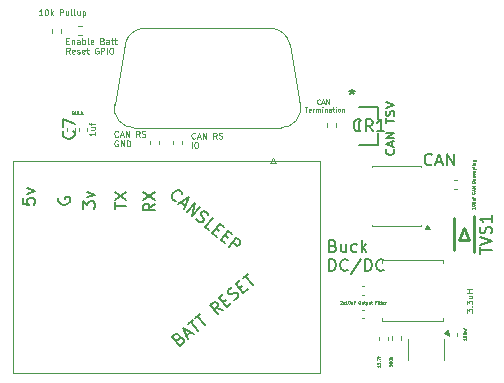
<source format=gbr>
%TF.GenerationSoftware,KiCad,Pcbnew,9.0.6*%
%TF.CreationDate,2025-12-01T23:04:52-05:00*%
%TF.ProjectId,ESP32C6-2,45535033-3243-4362-9d32-2e6b69636164,rev?*%
%TF.SameCoordinates,Original*%
%TF.FileFunction,Legend,Top*%
%TF.FilePolarity,Positive*%
%FSLAX46Y46*%
G04 Gerber Fmt 4.6, Leading zero omitted, Abs format (unit mm)*
G04 Created by KiCad (PCBNEW 9.0.6) date 2025-12-01 23:04:52*
%MOMM*%
%LPD*%
G01*
G04 APERTURE LIST*
%ADD10C,0.150000*%
%ADD11C,0.100000*%
%ADD12C,0.040000*%
%ADD13C,0.070000*%
%ADD14C,0.052500*%
%ADD15C,0.050000*%
%ADD16C,0.254000*%
%ADD17C,0.120000*%
%ADD18C,0.152400*%
G04 APERTURE END LIST*
D10*
X147493207Y-59309580D02*
X147445588Y-59357200D01*
X147445588Y-59357200D02*
X147302731Y-59404819D01*
X147302731Y-59404819D02*
X147207493Y-59404819D01*
X147207493Y-59404819D02*
X147064636Y-59357200D01*
X147064636Y-59357200D02*
X146969398Y-59261961D01*
X146969398Y-59261961D02*
X146921779Y-59166723D01*
X146921779Y-59166723D02*
X146874160Y-58976247D01*
X146874160Y-58976247D02*
X146874160Y-58833390D01*
X146874160Y-58833390D02*
X146921779Y-58642914D01*
X146921779Y-58642914D02*
X146969398Y-58547676D01*
X146969398Y-58547676D02*
X147064636Y-58452438D01*
X147064636Y-58452438D02*
X147207493Y-58404819D01*
X147207493Y-58404819D02*
X147302731Y-58404819D01*
X147302731Y-58404819D02*
X147445588Y-58452438D01*
X147445588Y-58452438D02*
X147493207Y-58500057D01*
X147874160Y-59119104D02*
X148350350Y-59119104D01*
X147778922Y-59404819D02*
X148112255Y-58404819D01*
X148112255Y-58404819D02*
X148445588Y-59404819D01*
X148778922Y-59404819D02*
X148778922Y-58404819D01*
X148778922Y-58404819D02*
X149350350Y-59404819D01*
X149350350Y-59404819D02*
X149350350Y-58404819D01*
D11*
X114521741Y-46683609D02*
X114236027Y-46683609D01*
X114378884Y-46683609D02*
X114378884Y-46183609D01*
X114378884Y-46183609D02*
X114331265Y-46255038D01*
X114331265Y-46255038D02*
X114283646Y-46302657D01*
X114283646Y-46302657D02*
X114236027Y-46326466D01*
X114831264Y-46183609D02*
X114878883Y-46183609D01*
X114878883Y-46183609D02*
X114926502Y-46207419D01*
X114926502Y-46207419D02*
X114950312Y-46231228D01*
X114950312Y-46231228D02*
X114974121Y-46278847D01*
X114974121Y-46278847D02*
X114997931Y-46374085D01*
X114997931Y-46374085D02*
X114997931Y-46493133D01*
X114997931Y-46493133D02*
X114974121Y-46588371D01*
X114974121Y-46588371D02*
X114950312Y-46635990D01*
X114950312Y-46635990D02*
X114926502Y-46659800D01*
X114926502Y-46659800D02*
X114878883Y-46683609D01*
X114878883Y-46683609D02*
X114831264Y-46683609D01*
X114831264Y-46683609D02*
X114783645Y-46659800D01*
X114783645Y-46659800D02*
X114759836Y-46635990D01*
X114759836Y-46635990D02*
X114736026Y-46588371D01*
X114736026Y-46588371D02*
X114712217Y-46493133D01*
X114712217Y-46493133D02*
X114712217Y-46374085D01*
X114712217Y-46374085D02*
X114736026Y-46278847D01*
X114736026Y-46278847D02*
X114759836Y-46231228D01*
X114759836Y-46231228D02*
X114783645Y-46207419D01*
X114783645Y-46207419D02*
X114831264Y-46183609D01*
X115212216Y-46683609D02*
X115212216Y-46183609D01*
X115259835Y-46493133D02*
X115402692Y-46683609D01*
X115402692Y-46350276D02*
X115212216Y-46540752D01*
X115997930Y-46683609D02*
X115997930Y-46183609D01*
X115997930Y-46183609D02*
X116188406Y-46183609D01*
X116188406Y-46183609D02*
X116236025Y-46207419D01*
X116236025Y-46207419D02*
X116259835Y-46231228D01*
X116259835Y-46231228D02*
X116283644Y-46278847D01*
X116283644Y-46278847D02*
X116283644Y-46350276D01*
X116283644Y-46350276D02*
X116259835Y-46397895D01*
X116259835Y-46397895D02*
X116236025Y-46421704D01*
X116236025Y-46421704D02*
X116188406Y-46445514D01*
X116188406Y-46445514D02*
X115997930Y-46445514D01*
X116712216Y-46350276D02*
X116712216Y-46683609D01*
X116497930Y-46350276D02*
X116497930Y-46612180D01*
X116497930Y-46612180D02*
X116521740Y-46659800D01*
X116521740Y-46659800D02*
X116569359Y-46683609D01*
X116569359Y-46683609D02*
X116640787Y-46683609D01*
X116640787Y-46683609D02*
X116688406Y-46659800D01*
X116688406Y-46659800D02*
X116712216Y-46635990D01*
X117021740Y-46683609D02*
X116974121Y-46659800D01*
X116974121Y-46659800D02*
X116950311Y-46612180D01*
X116950311Y-46612180D02*
X116950311Y-46183609D01*
X117283645Y-46683609D02*
X117236026Y-46659800D01*
X117236026Y-46659800D02*
X117212216Y-46612180D01*
X117212216Y-46612180D02*
X117212216Y-46183609D01*
X117688407Y-46350276D02*
X117688407Y-46683609D01*
X117474121Y-46350276D02*
X117474121Y-46612180D01*
X117474121Y-46612180D02*
X117497931Y-46659800D01*
X117497931Y-46659800D02*
X117545550Y-46683609D01*
X117545550Y-46683609D02*
X117616978Y-46683609D01*
X117616978Y-46683609D02*
X117664597Y-46659800D01*
X117664597Y-46659800D02*
X117688407Y-46635990D01*
X117926502Y-46350276D02*
X117926502Y-46850276D01*
X117926502Y-46374085D02*
X117974121Y-46350276D01*
X117974121Y-46350276D02*
X118069359Y-46350276D01*
X118069359Y-46350276D02*
X118116978Y-46374085D01*
X118116978Y-46374085D02*
X118140788Y-46397895D01*
X118140788Y-46397895D02*
X118164597Y-46445514D01*
X118164597Y-46445514D02*
X118164597Y-46588371D01*
X118164597Y-46588371D02*
X118140788Y-46635990D01*
X118140788Y-46635990D02*
X118116978Y-46659800D01*
X118116978Y-46659800D02*
X118069359Y-46683609D01*
X118069359Y-46683609D02*
X117974121Y-46683609D01*
X117974121Y-46683609D02*
X117926502Y-46659800D01*
X116558465Y-48866732D02*
X116725132Y-48866732D01*
X116796560Y-49128637D02*
X116558465Y-49128637D01*
X116558465Y-49128637D02*
X116558465Y-48628637D01*
X116558465Y-48628637D02*
X116796560Y-48628637D01*
X117010846Y-48795304D02*
X117010846Y-49128637D01*
X117010846Y-48842923D02*
X117034656Y-48819113D01*
X117034656Y-48819113D02*
X117082275Y-48795304D01*
X117082275Y-48795304D02*
X117153703Y-48795304D01*
X117153703Y-48795304D02*
X117201322Y-48819113D01*
X117201322Y-48819113D02*
X117225132Y-48866732D01*
X117225132Y-48866732D02*
X117225132Y-49128637D01*
X117677513Y-49128637D02*
X117677513Y-48866732D01*
X117677513Y-48866732D02*
X117653703Y-48819113D01*
X117653703Y-48819113D02*
X117606084Y-48795304D01*
X117606084Y-48795304D02*
X117510846Y-48795304D01*
X117510846Y-48795304D02*
X117463227Y-48819113D01*
X117677513Y-49104828D02*
X117629894Y-49128637D01*
X117629894Y-49128637D02*
X117510846Y-49128637D01*
X117510846Y-49128637D02*
X117463227Y-49104828D01*
X117463227Y-49104828D02*
X117439418Y-49057208D01*
X117439418Y-49057208D02*
X117439418Y-49009589D01*
X117439418Y-49009589D02*
X117463227Y-48961970D01*
X117463227Y-48961970D02*
X117510846Y-48938161D01*
X117510846Y-48938161D02*
X117629894Y-48938161D01*
X117629894Y-48938161D02*
X117677513Y-48914351D01*
X117915608Y-49128637D02*
X117915608Y-48628637D01*
X117915608Y-48819113D02*
X117963227Y-48795304D01*
X117963227Y-48795304D02*
X118058465Y-48795304D01*
X118058465Y-48795304D02*
X118106084Y-48819113D01*
X118106084Y-48819113D02*
X118129894Y-48842923D01*
X118129894Y-48842923D02*
X118153703Y-48890542D01*
X118153703Y-48890542D02*
X118153703Y-49033399D01*
X118153703Y-49033399D02*
X118129894Y-49081018D01*
X118129894Y-49081018D02*
X118106084Y-49104828D01*
X118106084Y-49104828D02*
X118058465Y-49128637D01*
X118058465Y-49128637D02*
X117963227Y-49128637D01*
X117963227Y-49128637D02*
X117915608Y-49104828D01*
X118439418Y-49128637D02*
X118391799Y-49104828D01*
X118391799Y-49104828D02*
X118367989Y-49057208D01*
X118367989Y-49057208D02*
X118367989Y-48628637D01*
X118820370Y-49104828D02*
X118772751Y-49128637D01*
X118772751Y-49128637D02*
X118677513Y-49128637D01*
X118677513Y-49128637D02*
X118629894Y-49104828D01*
X118629894Y-49104828D02*
X118606085Y-49057208D01*
X118606085Y-49057208D02*
X118606085Y-48866732D01*
X118606085Y-48866732D02*
X118629894Y-48819113D01*
X118629894Y-48819113D02*
X118677513Y-48795304D01*
X118677513Y-48795304D02*
X118772751Y-48795304D01*
X118772751Y-48795304D02*
X118820370Y-48819113D01*
X118820370Y-48819113D02*
X118844180Y-48866732D01*
X118844180Y-48866732D02*
X118844180Y-48914351D01*
X118844180Y-48914351D02*
X118606085Y-48961970D01*
X119606084Y-48866732D02*
X119677512Y-48890542D01*
X119677512Y-48890542D02*
X119701322Y-48914351D01*
X119701322Y-48914351D02*
X119725131Y-48961970D01*
X119725131Y-48961970D02*
X119725131Y-49033399D01*
X119725131Y-49033399D02*
X119701322Y-49081018D01*
X119701322Y-49081018D02*
X119677512Y-49104828D01*
X119677512Y-49104828D02*
X119629893Y-49128637D01*
X119629893Y-49128637D02*
X119439417Y-49128637D01*
X119439417Y-49128637D02*
X119439417Y-48628637D01*
X119439417Y-48628637D02*
X119606084Y-48628637D01*
X119606084Y-48628637D02*
X119653703Y-48652447D01*
X119653703Y-48652447D02*
X119677512Y-48676256D01*
X119677512Y-48676256D02*
X119701322Y-48723875D01*
X119701322Y-48723875D02*
X119701322Y-48771494D01*
X119701322Y-48771494D02*
X119677512Y-48819113D01*
X119677512Y-48819113D02*
X119653703Y-48842923D01*
X119653703Y-48842923D02*
X119606084Y-48866732D01*
X119606084Y-48866732D02*
X119439417Y-48866732D01*
X120153703Y-49128637D02*
X120153703Y-48866732D01*
X120153703Y-48866732D02*
X120129893Y-48819113D01*
X120129893Y-48819113D02*
X120082274Y-48795304D01*
X120082274Y-48795304D02*
X119987036Y-48795304D01*
X119987036Y-48795304D02*
X119939417Y-48819113D01*
X120153703Y-49104828D02*
X120106084Y-49128637D01*
X120106084Y-49128637D02*
X119987036Y-49128637D01*
X119987036Y-49128637D02*
X119939417Y-49104828D01*
X119939417Y-49104828D02*
X119915608Y-49057208D01*
X119915608Y-49057208D02*
X119915608Y-49009589D01*
X119915608Y-49009589D02*
X119939417Y-48961970D01*
X119939417Y-48961970D02*
X119987036Y-48938161D01*
X119987036Y-48938161D02*
X120106084Y-48938161D01*
X120106084Y-48938161D02*
X120153703Y-48914351D01*
X120320370Y-48795304D02*
X120510846Y-48795304D01*
X120391798Y-48628637D02*
X120391798Y-49057208D01*
X120391798Y-49057208D02*
X120415608Y-49104828D01*
X120415608Y-49104828D02*
X120463227Y-49128637D01*
X120463227Y-49128637D02*
X120510846Y-49128637D01*
X120606084Y-48795304D02*
X120796560Y-48795304D01*
X120677512Y-48628637D02*
X120677512Y-49057208D01*
X120677512Y-49057208D02*
X120701322Y-49104828D01*
X120701322Y-49104828D02*
X120748941Y-49128637D01*
X120748941Y-49128637D02*
X120796560Y-49128637D01*
X116844179Y-49933609D02*
X116677513Y-49695514D01*
X116558465Y-49933609D02*
X116558465Y-49433609D01*
X116558465Y-49433609D02*
X116748941Y-49433609D01*
X116748941Y-49433609D02*
X116796560Y-49457419D01*
X116796560Y-49457419D02*
X116820370Y-49481228D01*
X116820370Y-49481228D02*
X116844179Y-49528847D01*
X116844179Y-49528847D02*
X116844179Y-49600276D01*
X116844179Y-49600276D02*
X116820370Y-49647895D01*
X116820370Y-49647895D02*
X116796560Y-49671704D01*
X116796560Y-49671704D02*
X116748941Y-49695514D01*
X116748941Y-49695514D02*
X116558465Y-49695514D01*
X117248941Y-49909800D02*
X117201322Y-49933609D01*
X117201322Y-49933609D02*
X117106084Y-49933609D01*
X117106084Y-49933609D02*
X117058465Y-49909800D01*
X117058465Y-49909800D02*
X117034656Y-49862180D01*
X117034656Y-49862180D02*
X117034656Y-49671704D01*
X117034656Y-49671704D02*
X117058465Y-49624085D01*
X117058465Y-49624085D02*
X117106084Y-49600276D01*
X117106084Y-49600276D02*
X117201322Y-49600276D01*
X117201322Y-49600276D02*
X117248941Y-49624085D01*
X117248941Y-49624085D02*
X117272751Y-49671704D01*
X117272751Y-49671704D02*
X117272751Y-49719323D01*
X117272751Y-49719323D02*
X117034656Y-49766942D01*
X117463227Y-49909800D02*
X117510846Y-49933609D01*
X117510846Y-49933609D02*
X117606084Y-49933609D01*
X117606084Y-49933609D02*
X117653703Y-49909800D01*
X117653703Y-49909800D02*
X117677512Y-49862180D01*
X117677512Y-49862180D02*
X117677512Y-49838371D01*
X117677512Y-49838371D02*
X117653703Y-49790752D01*
X117653703Y-49790752D02*
X117606084Y-49766942D01*
X117606084Y-49766942D02*
X117534655Y-49766942D01*
X117534655Y-49766942D02*
X117487036Y-49743133D01*
X117487036Y-49743133D02*
X117463227Y-49695514D01*
X117463227Y-49695514D02*
X117463227Y-49671704D01*
X117463227Y-49671704D02*
X117487036Y-49624085D01*
X117487036Y-49624085D02*
X117534655Y-49600276D01*
X117534655Y-49600276D02*
X117606084Y-49600276D01*
X117606084Y-49600276D02*
X117653703Y-49624085D01*
X118082274Y-49909800D02*
X118034655Y-49933609D01*
X118034655Y-49933609D02*
X117939417Y-49933609D01*
X117939417Y-49933609D02*
X117891798Y-49909800D01*
X117891798Y-49909800D02*
X117867989Y-49862180D01*
X117867989Y-49862180D02*
X117867989Y-49671704D01*
X117867989Y-49671704D02*
X117891798Y-49624085D01*
X117891798Y-49624085D02*
X117939417Y-49600276D01*
X117939417Y-49600276D02*
X118034655Y-49600276D01*
X118034655Y-49600276D02*
X118082274Y-49624085D01*
X118082274Y-49624085D02*
X118106084Y-49671704D01*
X118106084Y-49671704D02*
X118106084Y-49719323D01*
X118106084Y-49719323D02*
X117867989Y-49766942D01*
X118248941Y-49600276D02*
X118439417Y-49600276D01*
X118320369Y-49433609D02*
X118320369Y-49862180D01*
X118320369Y-49862180D02*
X118344179Y-49909800D01*
X118344179Y-49909800D02*
X118391798Y-49933609D01*
X118391798Y-49933609D02*
X118439417Y-49933609D01*
X119248940Y-49457419D02*
X119201321Y-49433609D01*
X119201321Y-49433609D02*
X119129892Y-49433609D01*
X119129892Y-49433609D02*
X119058464Y-49457419D01*
X119058464Y-49457419D02*
X119010845Y-49505038D01*
X119010845Y-49505038D02*
X118987035Y-49552657D01*
X118987035Y-49552657D02*
X118963226Y-49647895D01*
X118963226Y-49647895D02*
X118963226Y-49719323D01*
X118963226Y-49719323D02*
X118987035Y-49814561D01*
X118987035Y-49814561D02*
X119010845Y-49862180D01*
X119010845Y-49862180D02*
X119058464Y-49909800D01*
X119058464Y-49909800D02*
X119129892Y-49933609D01*
X119129892Y-49933609D02*
X119177511Y-49933609D01*
X119177511Y-49933609D02*
X119248940Y-49909800D01*
X119248940Y-49909800D02*
X119272749Y-49885990D01*
X119272749Y-49885990D02*
X119272749Y-49719323D01*
X119272749Y-49719323D02*
X119177511Y-49719323D01*
X119487035Y-49933609D02*
X119487035Y-49433609D01*
X119487035Y-49433609D02*
X119677511Y-49433609D01*
X119677511Y-49433609D02*
X119725130Y-49457419D01*
X119725130Y-49457419D02*
X119748940Y-49481228D01*
X119748940Y-49481228D02*
X119772749Y-49528847D01*
X119772749Y-49528847D02*
X119772749Y-49600276D01*
X119772749Y-49600276D02*
X119748940Y-49647895D01*
X119748940Y-49647895D02*
X119725130Y-49671704D01*
X119725130Y-49671704D02*
X119677511Y-49695514D01*
X119677511Y-49695514D02*
X119487035Y-49695514D01*
X119987035Y-49933609D02*
X119987035Y-49433609D01*
X120320368Y-49433609D02*
X120415606Y-49433609D01*
X120415606Y-49433609D02*
X120463225Y-49457419D01*
X120463225Y-49457419D02*
X120510844Y-49505038D01*
X120510844Y-49505038D02*
X120534654Y-49600276D01*
X120534654Y-49600276D02*
X120534654Y-49766942D01*
X120534654Y-49766942D02*
X120510844Y-49862180D01*
X120510844Y-49862180D02*
X120463225Y-49909800D01*
X120463225Y-49909800D02*
X120415606Y-49933609D01*
X120415606Y-49933609D02*
X120320368Y-49933609D01*
X120320368Y-49933609D02*
X120272749Y-49909800D01*
X120272749Y-49909800D02*
X120225130Y-49862180D01*
X120225130Y-49862180D02*
X120201321Y-49766942D01*
X120201321Y-49766942D02*
X120201321Y-49600276D01*
X120201321Y-49600276D02*
X120225130Y-49505038D01*
X120225130Y-49505038D02*
X120272749Y-49457419D01*
X120272749Y-49457419D02*
X120320368Y-49433609D01*
D10*
X126092959Y-74068274D02*
X126233002Y-74012925D01*
X126233002Y-74012925D02*
X126300090Y-74018795D01*
X126300090Y-74018795D02*
X126397786Y-74061142D01*
X126397786Y-74061142D02*
X126489613Y-74170577D01*
X126489613Y-74170577D02*
X126514352Y-74274143D01*
X126514352Y-74274143D02*
X126508483Y-74341230D01*
X126508483Y-74341230D02*
X126466135Y-74438926D01*
X126466135Y-74438926D02*
X126174309Y-74683798D01*
X126174309Y-74683798D02*
X125531521Y-73917753D01*
X125531521Y-73917753D02*
X125786869Y-73703491D01*
X125786869Y-73703491D02*
X125890435Y-73678751D01*
X125890435Y-73678751D02*
X125957522Y-73684620D01*
X125957522Y-73684620D02*
X126055218Y-73726968D01*
X126055218Y-73726968D02*
X126116436Y-73799925D01*
X126116436Y-73799925D02*
X126141176Y-73903490D01*
X126141176Y-73903490D02*
X126135306Y-73970577D01*
X126135306Y-73970577D02*
X126092959Y-74068274D01*
X126092959Y-74068274D02*
X125837610Y-74282536D01*
X126720221Y-73852749D02*
X127085004Y-73546660D01*
X126830918Y-74132837D02*
X126443479Y-73152530D01*
X126443479Y-73152530D02*
X127341614Y-73704312D01*
X126844740Y-72815831D02*
X127282480Y-72448524D01*
X127706398Y-73398222D02*
X127063610Y-72632178D01*
X127428393Y-72326088D02*
X127866133Y-71958781D01*
X128290051Y-72908479D02*
X127647263Y-72142435D01*
X129785662Y-71653513D02*
X129224224Y-71502992D01*
X129347922Y-72020820D02*
X128705134Y-71254775D01*
X128705134Y-71254775D02*
X128996961Y-71009904D01*
X128996961Y-71009904D02*
X129100526Y-70985164D01*
X129100526Y-70985164D02*
X129167614Y-70991034D01*
X129167614Y-70991034D02*
X129265310Y-71033381D01*
X129265310Y-71033381D02*
X129357137Y-71142816D01*
X129357137Y-71142816D02*
X129381876Y-71246382D01*
X129381876Y-71246382D02*
X129376007Y-71313469D01*
X129376007Y-71313469D02*
X129333659Y-71411165D01*
X129333659Y-71411165D02*
X129041833Y-71656037D01*
X129777268Y-70976771D02*
X130032616Y-70762508D01*
X130478750Y-71071943D02*
X130113966Y-71378032D01*
X130113966Y-71378032D02*
X129471179Y-70611988D01*
X129471179Y-70611988D02*
X129835962Y-70305898D01*
X130739967Y-70790593D02*
X130880011Y-70735245D01*
X130880011Y-70735245D02*
X131062403Y-70582200D01*
X131062403Y-70582200D02*
X131104750Y-70484504D01*
X131104750Y-70484504D02*
X131110620Y-70417416D01*
X131110620Y-70417416D02*
X131085880Y-70313851D01*
X131085880Y-70313851D02*
X131024662Y-70240894D01*
X131024662Y-70240894D02*
X130926966Y-70198547D01*
X130926966Y-70198547D02*
X130859879Y-70192677D01*
X130859879Y-70192677D02*
X130756313Y-70217417D01*
X130756313Y-70217417D02*
X130579791Y-70303374D01*
X130579791Y-70303374D02*
X130476225Y-70328114D01*
X130476225Y-70328114D02*
X130409138Y-70322244D01*
X130409138Y-70322244D02*
X130311442Y-70279897D01*
X130311442Y-70279897D02*
X130250224Y-70206940D01*
X130250224Y-70206940D02*
X130225485Y-70103375D01*
X130225485Y-70103375D02*
X130231354Y-70036287D01*
X130231354Y-70036287D02*
X130273702Y-69938591D01*
X130273702Y-69938591D02*
X130456093Y-69785546D01*
X130456093Y-69785546D02*
X130596137Y-69730198D01*
X131199922Y-69783022D02*
X131455270Y-69568760D01*
X131901404Y-69878194D02*
X131536621Y-70184284D01*
X131536621Y-70184284D02*
X130893833Y-69418239D01*
X130893833Y-69418239D02*
X131258616Y-69112150D01*
X131477486Y-68928496D02*
X131915226Y-68561189D01*
X132339143Y-69510887D02*
X131696356Y-68744843D01*
D12*
X144113574Y-76267856D02*
X144113574Y-76410713D01*
X144113574Y-76339285D02*
X143863574Y-76339285D01*
X143863574Y-76339285D02*
X143899289Y-76363094D01*
X143899289Y-76363094D02*
X143923098Y-76386904D01*
X143923098Y-76386904D02*
X143935003Y-76410713D01*
X143863574Y-76113095D02*
X143863574Y-76089285D01*
X143863574Y-76089285D02*
X143875479Y-76065476D01*
X143875479Y-76065476D02*
X143887384Y-76053571D01*
X143887384Y-76053571D02*
X143911193Y-76041666D01*
X143911193Y-76041666D02*
X143958812Y-76029761D01*
X143958812Y-76029761D02*
X144018336Y-76029761D01*
X144018336Y-76029761D02*
X144065955Y-76041666D01*
X144065955Y-76041666D02*
X144089765Y-76053571D01*
X144089765Y-76053571D02*
X144101670Y-76065476D01*
X144101670Y-76065476D02*
X144113574Y-76089285D01*
X144113574Y-76089285D02*
X144113574Y-76113095D01*
X144113574Y-76113095D02*
X144101670Y-76136904D01*
X144101670Y-76136904D02*
X144089765Y-76148809D01*
X144089765Y-76148809D02*
X144065955Y-76160714D01*
X144065955Y-76160714D02*
X144018336Y-76172618D01*
X144018336Y-76172618D02*
X143958812Y-76172618D01*
X143958812Y-76172618D02*
X143911193Y-76160714D01*
X143911193Y-76160714D02*
X143887384Y-76148809D01*
X143887384Y-76148809D02*
X143875479Y-76136904D01*
X143875479Y-76136904D02*
X143863574Y-76113095D01*
X143863574Y-75875000D02*
X143863574Y-75851190D01*
X143863574Y-75851190D02*
X143875479Y-75827381D01*
X143875479Y-75827381D02*
X143887384Y-75815476D01*
X143887384Y-75815476D02*
X143911193Y-75803571D01*
X143911193Y-75803571D02*
X143958812Y-75791666D01*
X143958812Y-75791666D02*
X144018336Y-75791666D01*
X144018336Y-75791666D02*
X144065955Y-75803571D01*
X144065955Y-75803571D02*
X144089765Y-75815476D01*
X144089765Y-75815476D02*
X144101670Y-75827381D01*
X144101670Y-75827381D02*
X144113574Y-75851190D01*
X144113574Y-75851190D02*
X144113574Y-75875000D01*
X144113574Y-75875000D02*
X144101670Y-75898809D01*
X144101670Y-75898809D02*
X144089765Y-75910714D01*
X144089765Y-75910714D02*
X144065955Y-75922619D01*
X144065955Y-75922619D02*
X144018336Y-75934523D01*
X144018336Y-75934523D02*
X143958812Y-75934523D01*
X143958812Y-75934523D02*
X143911193Y-75922619D01*
X143911193Y-75922619D02*
X143887384Y-75910714D01*
X143887384Y-75910714D02*
X143875479Y-75898809D01*
X143875479Y-75898809D02*
X143863574Y-75875000D01*
X144113574Y-75684524D02*
X143863574Y-75684524D01*
X144018336Y-75660714D02*
X144113574Y-75589286D01*
X143946908Y-75589286D02*
X144042146Y-75684524D01*
D10*
X124037883Y-62639856D02*
X123561692Y-62973189D01*
X124037883Y-63211284D02*
X123037883Y-63211284D01*
X123037883Y-63211284D02*
X123037883Y-62830332D01*
X123037883Y-62830332D02*
X123085502Y-62735094D01*
X123085502Y-62735094D02*
X123133121Y-62687475D01*
X123133121Y-62687475D02*
X123228359Y-62639856D01*
X123228359Y-62639856D02*
X123371216Y-62639856D01*
X123371216Y-62639856D02*
X123466454Y-62687475D01*
X123466454Y-62687475D02*
X123514073Y-62735094D01*
X123514073Y-62735094D02*
X123561692Y-62830332D01*
X123561692Y-62830332D02*
X123561692Y-63211284D01*
X123037883Y-62306522D02*
X124037883Y-61639856D01*
X123037883Y-61639856D02*
X124037883Y-62306522D01*
D13*
X120925740Y-56937135D02*
X120901931Y-56960945D01*
X120901931Y-56960945D02*
X120830502Y-56984754D01*
X120830502Y-56984754D02*
X120782883Y-56984754D01*
X120782883Y-56984754D02*
X120711455Y-56960945D01*
X120711455Y-56960945D02*
X120663836Y-56913325D01*
X120663836Y-56913325D02*
X120640026Y-56865706D01*
X120640026Y-56865706D02*
X120616217Y-56770468D01*
X120616217Y-56770468D02*
X120616217Y-56699040D01*
X120616217Y-56699040D02*
X120640026Y-56603802D01*
X120640026Y-56603802D02*
X120663836Y-56556183D01*
X120663836Y-56556183D02*
X120711455Y-56508564D01*
X120711455Y-56508564D02*
X120782883Y-56484754D01*
X120782883Y-56484754D02*
X120830502Y-56484754D01*
X120830502Y-56484754D02*
X120901931Y-56508564D01*
X120901931Y-56508564D02*
X120925740Y-56532373D01*
X121116217Y-56841897D02*
X121354312Y-56841897D01*
X121068598Y-56984754D02*
X121235264Y-56484754D01*
X121235264Y-56484754D02*
X121401931Y-56984754D01*
X121568597Y-56984754D02*
X121568597Y-56484754D01*
X121568597Y-56484754D02*
X121854311Y-56984754D01*
X121854311Y-56984754D02*
X121854311Y-56484754D01*
X122759073Y-56984754D02*
X122592407Y-56746659D01*
X122473359Y-56984754D02*
X122473359Y-56484754D01*
X122473359Y-56484754D02*
X122663835Y-56484754D01*
X122663835Y-56484754D02*
X122711454Y-56508564D01*
X122711454Y-56508564D02*
X122735264Y-56532373D01*
X122735264Y-56532373D02*
X122759073Y-56579992D01*
X122759073Y-56579992D02*
X122759073Y-56651421D01*
X122759073Y-56651421D02*
X122735264Y-56699040D01*
X122735264Y-56699040D02*
X122711454Y-56722849D01*
X122711454Y-56722849D02*
X122663835Y-56746659D01*
X122663835Y-56746659D02*
X122473359Y-56746659D01*
X122949550Y-56960945D02*
X123020978Y-56984754D01*
X123020978Y-56984754D02*
X123140026Y-56984754D01*
X123140026Y-56984754D02*
X123187645Y-56960945D01*
X123187645Y-56960945D02*
X123211454Y-56937135D01*
X123211454Y-56937135D02*
X123235264Y-56889516D01*
X123235264Y-56889516D02*
X123235264Y-56841897D01*
X123235264Y-56841897D02*
X123211454Y-56794278D01*
X123211454Y-56794278D02*
X123187645Y-56770468D01*
X123187645Y-56770468D02*
X123140026Y-56746659D01*
X123140026Y-56746659D02*
X123044788Y-56722849D01*
X123044788Y-56722849D02*
X122997169Y-56699040D01*
X122997169Y-56699040D02*
X122973359Y-56675230D01*
X122973359Y-56675230D02*
X122949550Y-56627611D01*
X122949550Y-56627611D02*
X122949550Y-56579992D01*
X122949550Y-56579992D02*
X122973359Y-56532373D01*
X122973359Y-56532373D02*
X122997169Y-56508564D01*
X122997169Y-56508564D02*
X123044788Y-56484754D01*
X123044788Y-56484754D02*
X123163835Y-56484754D01*
X123163835Y-56484754D02*
X123235264Y-56508564D01*
X120901931Y-57313536D02*
X120854312Y-57289726D01*
X120854312Y-57289726D02*
X120782883Y-57289726D01*
X120782883Y-57289726D02*
X120711455Y-57313536D01*
X120711455Y-57313536D02*
X120663836Y-57361155D01*
X120663836Y-57361155D02*
X120640026Y-57408774D01*
X120640026Y-57408774D02*
X120616217Y-57504012D01*
X120616217Y-57504012D02*
X120616217Y-57575440D01*
X120616217Y-57575440D02*
X120640026Y-57670678D01*
X120640026Y-57670678D02*
X120663836Y-57718297D01*
X120663836Y-57718297D02*
X120711455Y-57765917D01*
X120711455Y-57765917D02*
X120782883Y-57789726D01*
X120782883Y-57789726D02*
X120830502Y-57789726D01*
X120830502Y-57789726D02*
X120901931Y-57765917D01*
X120901931Y-57765917D02*
X120925740Y-57742107D01*
X120925740Y-57742107D02*
X120925740Y-57575440D01*
X120925740Y-57575440D02*
X120830502Y-57575440D01*
X121140026Y-57789726D02*
X121140026Y-57289726D01*
X121140026Y-57289726D02*
X121425740Y-57789726D01*
X121425740Y-57789726D02*
X121425740Y-57289726D01*
X121663836Y-57789726D02*
X121663836Y-57289726D01*
X121663836Y-57289726D02*
X121782884Y-57289726D01*
X121782884Y-57289726D02*
X121854312Y-57313536D01*
X121854312Y-57313536D02*
X121901931Y-57361155D01*
X121901931Y-57361155D02*
X121925741Y-57408774D01*
X121925741Y-57408774D02*
X121949550Y-57504012D01*
X121949550Y-57504012D02*
X121949550Y-57575440D01*
X121949550Y-57575440D02*
X121925741Y-57670678D01*
X121925741Y-57670678D02*
X121901931Y-57718297D01*
X121901931Y-57718297D02*
X121854312Y-57765917D01*
X121854312Y-57765917D02*
X121782884Y-57789726D01*
X121782884Y-57789726D02*
X121663836Y-57789726D01*
D12*
X143113574Y-76327380D02*
X143113574Y-76470237D01*
X143113574Y-76398809D02*
X142863574Y-76398809D01*
X142863574Y-76398809D02*
X142899289Y-76422618D01*
X142899289Y-76422618D02*
X142923098Y-76446428D01*
X142923098Y-76446428D02*
X142935003Y-76470237D01*
X142863574Y-76244047D02*
X142863574Y-76089285D01*
X142863574Y-76089285D02*
X142958812Y-76172619D01*
X142958812Y-76172619D02*
X142958812Y-76136904D01*
X142958812Y-76136904D02*
X142970717Y-76113095D01*
X142970717Y-76113095D02*
X142982622Y-76101190D01*
X142982622Y-76101190D02*
X143006431Y-76089285D01*
X143006431Y-76089285D02*
X143065955Y-76089285D01*
X143065955Y-76089285D02*
X143089765Y-76101190D01*
X143089765Y-76101190D02*
X143101670Y-76113095D01*
X143101670Y-76113095D02*
X143113574Y-76136904D01*
X143113574Y-76136904D02*
X143113574Y-76208333D01*
X143113574Y-76208333D02*
X143101670Y-76232142D01*
X143101670Y-76232142D02*
X143089765Y-76244047D01*
X143089765Y-75982143D02*
X143101670Y-75970238D01*
X143101670Y-75970238D02*
X143113574Y-75982143D01*
X143113574Y-75982143D02*
X143101670Y-75994047D01*
X143101670Y-75994047D02*
X143089765Y-75982143D01*
X143089765Y-75982143D02*
X143113574Y-75982143D01*
X142863574Y-75886904D02*
X142863574Y-75720238D01*
X142863574Y-75720238D02*
X143113574Y-75827380D01*
X143113574Y-75625000D02*
X142863574Y-75625000D01*
X143018336Y-75601190D02*
X143113574Y-75529762D01*
X142946908Y-75529762D02*
X143042146Y-75625000D01*
D10*
X115917438Y-62139411D02*
X115869819Y-62234649D01*
X115869819Y-62234649D02*
X115869819Y-62377506D01*
X115869819Y-62377506D02*
X115917438Y-62520363D01*
X115917438Y-62520363D02*
X116012676Y-62615601D01*
X116012676Y-62615601D02*
X116107914Y-62663220D01*
X116107914Y-62663220D02*
X116298390Y-62710839D01*
X116298390Y-62710839D02*
X116441247Y-62710839D01*
X116441247Y-62710839D02*
X116631723Y-62663220D01*
X116631723Y-62663220D02*
X116726961Y-62615601D01*
X116726961Y-62615601D02*
X116822200Y-62520363D01*
X116822200Y-62520363D02*
X116869819Y-62377506D01*
X116869819Y-62377506D02*
X116869819Y-62282268D01*
X116869819Y-62282268D02*
X116822200Y-62139411D01*
X116822200Y-62139411D02*
X116774580Y-62091792D01*
X116774580Y-62091792D02*
X116441247Y-62091792D01*
X116441247Y-62091792D02*
X116441247Y-62282268D01*
X120631375Y-63106841D02*
X120631375Y-62535413D01*
X121631375Y-62821127D02*
X120631375Y-62821127D01*
X120631375Y-62297317D02*
X121631375Y-61630651D01*
X120631375Y-61630651D02*
X121631375Y-62297317D01*
X144258985Y-58044173D02*
X144294700Y-58079887D01*
X144294700Y-58079887D02*
X144330414Y-58187030D01*
X144330414Y-58187030D02*
X144330414Y-58258458D01*
X144330414Y-58258458D02*
X144294700Y-58365601D01*
X144294700Y-58365601D02*
X144223271Y-58437030D01*
X144223271Y-58437030D02*
X144151842Y-58472744D01*
X144151842Y-58472744D02*
X144008985Y-58508458D01*
X144008985Y-58508458D02*
X143901842Y-58508458D01*
X143901842Y-58508458D02*
X143758985Y-58472744D01*
X143758985Y-58472744D02*
X143687557Y-58437030D01*
X143687557Y-58437030D02*
X143616128Y-58365601D01*
X143616128Y-58365601D02*
X143580414Y-58258458D01*
X143580414Y-58258458D02*
X143580414Y-58187030D01*
X143580414Y-58187030D02*
X143616128Y-58079887D01*
X143616128Y-58079887D02*
X143651842Y-58044173D01*
X144116128Y-57758458D02*
X144116128Y-57401316D01*
X144330414Y-57829887D02*
X143580414Y-57579887D01*
X143580414Y-57579887D02*
X144330414Y-57329887D01*
X144330414Y-57079887D02*
X143580414Y-57079887D01*
X143580414Y-57079887D02*
X144330414Y-56651316D01*
X144330414Y-56651316D02*
X143580414Y-56651316D01*
X143580414Y-55829887D02*
X143580414Y-55401316D01*
X144330414Y-55615601D02*
X143580414Y-55615601D01*
X144294700Y-55187029D02*
X144330414Y-55079887D01*
X144330414Y-55079887D02*
X144330414Y-54901315D01*
X144330414Y-54901315D02*
X144294700Y-54829887D01*
X144294700Y-54829887D02*
X144258985Y-54794172D01*
X144258985Y-54794172D02*
X144187557Y-54758458D01*
X144187557Y-54758458D02*
X144116128Y-54758458D01*
X144116128Y-54758458D02*
X144044700Y-54794172D01*
X144044700Y-54794172D02*
X144008985Y-54829887D01*
X144008985Y-54829887D02*
X143973271Y-54901315D01*
X143973271Y-54901315D02*
X143937557Y-55044172D01*
X143937557Y-55044172D02*
X143901842Y-55115601D01*
X143901842Y-55115601D02*
X143866128Y-55151315D01*
X143866128Y-55151315D02*
X143794700Y-55187029D01*
X143794700Y-55187029D02*
X143723271Y-55187029D01*
X143723271Y-55187029D02*
X143651842Y-55151315D01*
X143651842Y-55151315D02*
X143616128Y-55115601D01*
X143616128Y-55115601D02*
X143580414Y-55044172D01*
X143580414Y-55044172D02*
X143580414Y-54865601D01*
X143580414Y-54865601D02*
X143616128Y-54758458D01*
X143580414Y-54544172D02*
X144330414Y-54294172D01*
X144330414Y-54294172D02*
X143580414Y-54044172D01*
D13*
X127450813Y-57082578D02*
X127427004Y-57106388D01*
X127427004Y-57106388D02*
X127355575Y-57130197D01*
X127355575Y-57130197D02*
X127307956Y-57130197D01*
X127307956Y-57130197D02*
X127236528Y-57106388D01*
X127236528Y-57106388D02*
X127188909Y-57058768D01*
X127188909Y-57058768D02*
X127165099Y-57011149D01*
X127165099Y-57011149D02*
X127141290Y-56915911D01*
X127141290Y-56915911D02*
X127141290Y-56844483D01*
X127141290Y-56844483D02*
X127165099Y-56749245D01*
X127165099Y-56749245D02*
X127188909Y-56701626D01*
X127188909Y-56701626D02*
X127236528Y-56654007D01*
X127236528Y-56654007D02*
X127307956Y-56630197D01*
X127307956Y-56630197D02*
X127355575Y-56630197D01*
X127355575Y-56630197D02*
X127427004Y-56654007D01*
X127427004Y-56654007D02*
X127450813Y-56677816D01*
X127641290Y-56987340D02*
X127879385Y-56987340D01*
X127593671Y-57130197D02*
X127760337Y-56630197D01*
X127760337Y-56630197D02*
X127927004Y-57130197D01*
X128093670Y-57130197D02*
X128093670Y-56630197D01*
X128093670Y-56630197D02*
X128379384Y-57130197D01*
X128379384Y-57130197D02*
X128379384Y-56630197D01*
X129284146Y-57130197D02*
X129117480Y-56892102D01*
X128998432Y-57130197D02*
X128998432Y-56630197D01*
X128998432Y-56630197D02*
X129188908Y-56630197D01*
X129188908Y-56630197D02*
X129236527Y-56654007D01*
X129236527Y-56654007D02*
X129260337Y-56677816D01*
X129260337Y-56677816D02*
X129284146Y-56725435D01*
X129284146Y-56725435D02*
X129284146Y-56796864D01*
X129284146Y-56796864D02*
X129260337Y-56844483D01*
X129260337Y-56844483D02*
X129236527Y-56868292D01*
X129236527Y-56868292D02*
X129188908Y-56892102D01*
X129188908Y-56892102D02*
X128998432Y-56892102D01*
X129474623Y-57106388D02*
X129546051Y-57130197D01*
X129546051Y-57130197D02*
X129665099Y-57130197D01*
X129665099Y-57130197D02*
X129712718Y-57106388D01*
X129712718Y-57106388D02*
X129736527Y-57082578D01*
X129736527Y-57082578D02*
X129760337Y-57034959D01*
X129760337Y-57034959D02*
X129760337Y-56987340D01*
X129760337Y-56987340D02*
X129736527Y-56939721D01*
X129736527Y-56939721D02*
X129712718Y-56915911D01*
X129712718Y-56915911D02*
X129665099Y-56892102D01*
X129665099Y-56892102D02*
X129569861Y-56868292D01*
X129569861Y-56868292D02*
X129522242Y-56844483D01*
X129522242Y-56844483D02*
X129498432Y-56820673D01*
X129498432Y-56820673D02*
X129474623Y-56773054D01*
X129474623Y-56773054D02*
X129474623Y-56725435D01*
X129474623Y-56725435D02*
X129498432Y-56677816D01*
X129498432Y-56677816D02*
X129522242Y-56654007D01*
X129522242Y-56654007D02*
X129569861Y-56630197D01*
X129569861Y-56630197D02*
X129688908Y-56630197D01*
X129688908Y-56630197D02*
X129760337Y-56654007D01*
X127165099Y-57935169D02*
X127165099Y-57435169D01*
X127498432Y-57435169D02*
X127593670Y-57435169D01*
X127593670Y-57435169D02*
X127641289Y-57458979D01*
X127641289Y-57458979D02*
X127688908Y-57506598D01*
X127688908Y-57506598D02*
X127712718Y-57601836D01*
X127712718Y-57601836D02*
X127712718Y-57768502D01*
X127712718Y-57768502D02*
X127688908Y-57863740D01*
X127688908Y-57863740D02*
X127641289Y-57911360D01*
X127641289Y-57911360D02*
X127593670Y-57935169D01*
X127593670Y-57935169D02*
X127498432Y-57935169D01*
X127498432Y-57935169D02*
X127450813Y-57911360D01*
X127450813Y-57911360D02*
X127403194Y-57863740D01*
X127403194Y-57863740D02*
X127379385Y-57768502D01*
X127379385Y-57768502D02*
X127379385Y-57601836D01*
X127379385Y-57601836D02*
X127403194Y-57506598D01*
X127403194Y-57506598D02*
X127450813Y-57458979D01*
X127450813Y-57458979D02*
X127498432Y-57435169D01*
D10*
X125840624Y-62411103D02*
X125773536Y-62416973D01*
X125773536Y-62416973D02*
X125633493Y-62361624D01*
X125633493Y-62361624D02*
X125560536Y-62300406D01*
X125560536Y-62300406D02*
X125481710Y-62172101D01*
X125481710Y-62172101D02*
X125469971Y-62037927D01*
X125469971Y-62037927D02*
X125494711Y-61934361D01*
X125494711Y-61934361D02*
X125580668Y-61757839D01*
X125580668Y-61757839D02*
X125672495Y-61648404D01*
X125672495Y-61648404D02*
X125831409Y-61533100D01*
X125831409Y-61533100D02*
X125929105Y-61490752D01*
X125929105Y-61490752D02*
X126063280Y-61479013D01*
X126063280Y-61479013D02*
X126203324Y-61534362D01*
X126203324Y-61534362D02*
X126276280Y-61595580D01*
X126276280Y-61595580D02*
X126355106Y-61723885D01*
X126355106Y-61723885D02*
X126360975Y-61790972D01*
X126254886Y-62510061D02*
X126619669Y-62816151D01*
X125998276Y-62667713D02*
X126896411Y-62115932D01*
X126896411Y-62115932D02*
X126508972Y-63096239D01*
X126764320Y-63310501D02*
X127407108Y-62544457D01*
X127407108Y-62544457D02*
X127202060Y-63677808D01*
X127202060Y-63677808D02*
X127844847Y-62911764D01*
X127560973Y-63916810D02*
X127639799Y-64045116D01*
X127639799Y-64045116D02*
X127822191Y-64198160D01*
X127822191Y-64198160D02*
X127925757Y-64222900D01*
X127925757Y-64222900D02*
X127992844Y-64217030D01*
X127992844Y-64217030D02*
X128090540Y-64174683D01*
X128090540Y-64174683D02*
X128151758Y-64101726D01*
X128151758Y-64101726D02*
X128176497Y-63998161D01*
X128176497Y-63998161D02*
X128170628Y-63931073D01*
X128170628Y-63931073D02*
X128128280Y-63833377D01*
X128128280Y-63833377D02*
X128012976Y-63674463D01*
X128012976Y-63674463D02*
X127970628Y-63576767D01*
X127970628Y-63576767D02*
X127964759Y-63509680D01*
X127964759Y-63509680D02*
X127989499Y-63406114D01*
X127989499Y-63406114D02*
X128050716Y-63333157D01*
X128050716Y-63333157D02*
X128148413Y-63290810D01*
X128148413Y-63290810D02*
X128215500Y-63284940D01*
X128215500Y-63284940D02*
X128319065Y-63309680D01*
X128319065Y-63309680D02*
X128501457Y-63462725D01*
X128501457Y-63462725D02*
X128580283Y-63591030D01*
X128661192Y-64902166D02*
X128296409Y-64596076D01*
X128296409Y-64596076D02*
X128939197Y-63830032D01*
X129253239Y-64715167D02*
X129508587Y-64929430D01*
X129281323Y-65422518D02*
X128916540Y-65116428D01*
X128916540Y-65116428D02*
X129559328Y-64350384D01*
X129559328Y-64350384D02*
X129924111Y-64656473D01*
X129946327Y-65296737D02*
X130201675Y-65510999D01*
X129974411Y-66004087D02*
X129609628Y-65697998D01*
X129609628Y-65697998D02*
X130252416Y-64931954D01*
X130252416Y-64931954D02*
X130617199Y-65238043D01*
X130302716Y-66279568D02*
X130945504Y-65513524D01*
X130945504Y-65513524D02*
X131237330Y-65758395D01*
X131237330Y-65758395D02*
X131279678Y-65856091D01*
X131279678Y-65856091D02*
X131285547Y-65923178D01*
X131285547Y-65923178D02*
X131260808Y-66026744D01*
X131260808Y-66026744D02*
X131168981Y-66136179D01*
X131168981Y-66136179D02*
X131071285Y-66178527D01*
X131071285Y-66178527D02*
X131004198Y-66184396D01*
X131004198Y-66184396D02*
X130900632Y-66159656D01*
X130900632Y-66159656D02*
X130608806Y-65914785D01*
D12*
X117146699Y-54945046D02*
X117182413Y-54956951D01*
X117182413Y-54956951D02*
X117194318Y-54968855D01*
X117194318Y-54968855D02*
X117206222Y-54992665D01*
X117206222Y-54992665D02*
X117206222Y-55028379D01*
X117206222Y-55028379D02*
X117194318Y-55052189D01*
X117194318Y-55052189D02*
X117182413Y-55064094D01*
X117182413Y-55064094D02*
X117158603Y-55075998D01*
X117158603Y-55075998D02*
X117063365Y-55075998D01*
X117063365Y-55075998D02*
X117063365Y-54825998D01*
X117063365Y-54825998D02*
X117146699Y-54825998D01*
X117146699Y-54825998D02*
X117170508Y-54837903D01*
X117170508Y-54837903D02*
X117182413Y-54849808D01*
X117182413Y-54849808D02*
X117194318Y-54873617D01*
X117194318Y-54873617D02*
X117194318Y-54897427D01*
X117194318Y-54897427D02*
X117182413Y-54921236D01*
X117182413Y-54921236D02*
X117170508Y-54933141D01*
X117170508Y-54933141D02*
X117146699Y-54945046D01*
X117146699Y-54945046D02*
X117063365Y-54945046D01*
X117313365Y-54825998D02*
X117313365Y-55028379D01*
X117313365Y-55028379D02*
X117325270Y-55052189D01*
X117325270Y-55052189D02*
X117337175Y-55064094D01*
X117337175Y-55064094D02*
X117360984Y-55075998D01*
X117360984Y-55075998D02*
X117408603Y-55075998D01*
X117408603Y-55075998D02*
X117432413Y-55064094D01*
X117432413Y-55064094D02*
X117444318Y-55052189D01*
X117444318Y-55052189D02*
X117456222Y-55028379D01*
X117456222Y-55028379D02*
X117456222Y-54825998D01*
X117694318Y-55075998D02*
X117575270Y-55075998D01*
X117575270Y-55075998D02*
X117575270Y-54825998D01*
X117777651Y-55075998D02*
X117777651Y-54825998D01*
X117920508Y-55075998D02*
X117813366Y-54933141D01*
X117920508Y-54825998D02*
X117777651Y-54968855D01*
D10*
X117959874Y-63068068D02*
X117959874Y-62449021D01*
X117959874Y-62449021D02*
X118340826Y-62782354D01*
X118340826Y-62782354D02*
X118340826Y-62639497D01*
X118340826Y-62639497D02*
X118388445Y-62544259D01*
X118388445Y-62544259D02*
X118436064Y-62496640D01*
X118436064Y-62496640D02*
X118531302Y-62449021D01*
X118531302Y-62449021D02*
X118769397Y-62449021D01*
X118769397Y-62449021D02*
X118864635Y-62496640D01*
X118864635Y-62496640D02*
X118912255Y-62544259D01*
X118912255Y-62544259D02*
X118959874Y-62639497D01*
X118959874Y-62639497D02*
X118959874Y-62925211D01*
X118959874Y-62925211D02*
X118912255Y-63020449D01*
X118912255Y-63020449D02*
X118864635Y-63068068D01*
X118293207Y-62115687D02*
X118959874Y-61877592D01*
X118959874Y-61877592D02*
X118293207Y-61639497D01*
X139128838Y-66206424D02*
X139271695Y-66254043D01*
X139271695Y-66254043D02*
X139319314Y-66301662D01*
X139319314Y-66301662D02*
X139366933Y-66396900D01*
X139366933Y-66396900D02*
X139366933Y-66539757D01*
X139366933Y-66539757D02*
X139319314Y-66634995D01*
X139319314Y-66634995D02*
X139271695Y-66682615D01*
X139271695Y-66682615D02*
X139176457Y-66730234D01*
X139176457Y-66730234D02*
X138795505Y-66730234D01*
X138795505Y-66730234D02*
X138795505Y-65730234D01*
X138795505Y-65730234D02*
X139128838Y-65730234D01*
X139128838Y-65730234D02*
X139224076Y-65777853D01*
X139224076Y-65777853D02*
X139271695Y-65825472D01*
X139271695Y-65825472D02*
X139319314Y-65920710D01*
X139319314Y-65920710D02*
X139319314Y-66015948D01*
X139319314Y-66015948D02*
X139271695Y-66111186D01*
X139271695Y-66111186D02*
X139224076Y-66158805D01*
X139224076Y-66158805D02*
X139128838Y-66206424D01*
X139128838Y-66206424D02*
X138795505Y-66206424D01*
X140224076Y-66063567D02*
X140224076Y-66730234D01*
X139795505Y-66063567D02*
X139795505Y-66587376D01*
X139795505Y-66587376D02*
X139843124Y-66682615D01*
X139843124Y-66682615D02*
X139938362Y-66730234D01*
X139938362Y-66730234D02*
X140081219Y-66730234D01*
X140081219Y-66730234D02*
X140176457Y-66682615D01*
X140176457Y-66682615D02*
X140224076Y-66634995D01*
X141128838Y-66682615D02*
X141033600Y-66730234D01*
X141033600Y-66730234D02*
X140843124Y-66730234D01*
X140843124Y-66730234D02*
X140747886Y-66682615D01*
X140747886Y-66682615D02*
X140700267Y-66634995D01*
X140700267Y-66634995D02*
X140652648Y-66539757D01*
X140652648Y-66539757D02*
X140652648Y-66254043D01*
X140652648Y-66254043D02*
X140700267Y-66158805D01*
X140700267Y-66158805D02*
X140747886Y-66111186D01*
X140747886Y-66111186D02*
X140843124Y-66063567D01*
X140843124Y-66063567D02*
X141033600Y-66063567D01*
X141033600Y-66063567D02*
X141128838Y-66111186D01*
X141557410Y-66730234D02*
X141557410Y-65730234D01*
X141652648Y-66349281D02*
X141938362Y-66730234D01*
X141938362Y-66063567D02*
X141557410Y-66444519D01*
X138795505Y-68340178D02*
X138795505Y-67340178D01*
X138795505Y-67340178D02*
X139033600Y-67340178D01*
X139033600Y-67340178D02*
X139176457Y-67387797D01*
X139176457Y-67387797D02*
X139271695Y-67483035D01*
X139271695Y-67483035D02*
X139319314Y-67578273D01*
X139319314Y-67578273D02*
X139366933Y-67768749D01*
X139366933Y-67768749D02*
X139366933Y-67911606D01*
X139366933Y-67911606D02*
X139319314Y-68102082D01*
X139319314Y-68102082D02*
X139271695Y-68197320D01*
X139271695Y-68197320D02*
X139176457Y-68292559D01*
X139176457Y-68292559D02*
X139033600Y-68340178D01*
X139033600Y-68340178D02*
X138795505Y-68340178D01*
X140366933Y-68244939D02*
X140319314Y-68292559D01*
X140319314Y-68292559D02*
X140176457Y-68340178D01*
X140176457Y-68340178D02*
X140081219Y-68340178D01*
X140081219Y-68340178D02*
X139938362Y-68292559D01*
X139938362Y-68292559D02*
X139843124Y-68197320D01*
X139843124Y-68197320D02*
X139795505Y-68102082D01*
X139795505Y-68102082D02*
X139747886Y-67911606D01*
X139747886Y-67911606D02*
X139747886Y-67768749D01*
X139747886Y-67768749D02*
X139795505Y-67578273D01*
X139795505Y-67578273D02*
X139843124Y-67483035D01*
X139843124Y-67483035D02*
X139938362Y-67387797D01*
X139938362Y-67387797D02*
X140081219Y-67340178D01*
X140081219Y-67340178D02*
X140176457Y-67340178D01*
X140176457Y-67340178D02*
X140319314Y-67387797D01*
X140319314Y-67387797D02*
X140366933Y-67435416D01*
X141509790Y-67292559D02*
X140652648Y-68578273D01*
X141843124Y-68340178D02*
X141843124Y-67340178D01*
X141843124Y-67340178D02*
X142081219Y-67340178D01*
X142081219Y-67340178D02*
X142224076Y-67387797D01*
X142224076Y-67387797D02*
X142319314Y-67483035D01*
X142319314Y-67483035D02*
X142366933Y-67578273D01*
X142366933Y-67578273D02*
X142414552Y-67768749D01*
X142414552Y-67768749D02*
X142414552Y-67911606D01*
X142414552Y-67911606D02*
X142366933Y-68102082D01*
X142366933Y-68102082D02*
X142319314Y-68197320D01*
X142319314Y-68197320D02*
X142224076Y-68292559D01*
X142224076Y-68292559D02*
X142081219Y-68340178D01*
X142081219Y-68340178D02*
X141843124Y-68340178D01*
X143414552Y-68244939D02*
X143366933Y-68292559D01*
X143366933Y-68292559D02*
X143224076Y-68340178D01*
X143224076Y-68340178D02*
X143128838Y-68340178D01*
X143128838Y-68340178D02*
X142985981Y-68292559D01*
X142985981Y-68292559D02*
X142890743Y-68197320D01*
X142890743Y-68197320D02*
X142843124Y-68102082D01*
X142843124Y-68102082D02*
X142795505Y-67911606D01*
X142795505Y-67911606D02*
X142795505Y-67768749D01*
X142795505Y-67768749D02*
X142843124Y-67578273D01*
X142843124Y-67578273D02*
X142890743Y-67483035D01*
X142890743Y-67483035D02*
X142985981Y-67387797D01*
X142985981Y-67387797D02*
X143128838Y-67340178D01*
X143128838Y-67340178D02*
X143224076Y-67340178D01*
X143224076Y-67340178D02*
X143366933Y-67387797D01*
X143366933Y-67387797D02*
X143414552Y-67435416D01*
D14*
X151112924Y-62934521D02*
X151112924Y-63077378D01*
X151112924Y-63005950D02*
X150862924Y-63005950D01*
X150862924Y-63005950D02*
X150898639Y-63029759D01*
X150898639Y-63029759D02*
X150922448Y-63053569D01*
X150922448Y-63053569D02*
X150934353Y-63077378D01*
X150862924Y-62779760D02*
X150862924Y-62755950D01*
X150862924Y-62755950D02*
X150874829Y-62732141D01*
X150874829Y-62732141D02*
X150886734Y-62720236D01*
X150886734Y-62720236D02*
X150910543Y-62708331D01*
X150910543Y-62708331D02*
X150958162Y-62696426D01*
X150958162Y-62696426D02*
X151017686Y-62696426D01*
X151017686Y-62696426D02*
X151065305Y-62708331D01*
X151065305Y-62708331D02*
X151089115Y-62720236D01*
X151089115Y-62720236D02*
X151101020Y-62732141D01*
X151101020Y-62732141D02*
X151112924Y-62755950D01*
X151112924Y-62755950D02*
X151112924Y-62779760D01*
X151112924Y-62779760D02*
X151101020Y-62803569D01*
X151101020Y-62803569D02*
X151089115Y-62815474D01*
X151089115Y-62815474D02*
X151065305Y-62827379D01*
X151065305Y-62827379D02*
X151017686Y-62839283D01*
X151017686Y-62839283D02*
X150958162Y-62839283D01*
X150958162Y-62839283D02*
X150910543Y-62827379D01*
X150910543Y-62827379D02*
X150886734Y-62815474D01*
X150886734Y-62815474D02*
X150874829Y-62803569D01*
X150874829Y-62803569D02*
X150862924Y-62779760D01*
X150862924Y-62541665D02*
X150862924Y-62517855D01*
X150862924Y-62517855D02*
X150874829Y-62494046D01*
X150874829Y-62494046D02*
X150886734Y-62482141D01*
X150886734Y-62482141D02*
X150910543Y-62470236D01*
X150910543Y-62470236D02*
X150958162Y-62458331D01*
X150958162Y-62458331D02*
X151017686Y-62458331D01*
X151017686Y-62458331D02*
X151065305Y-62470236D01*
X151065305Y-62470236D02*
X151089115Y-62482141D01*
X151089115Y-62482141D02*
X151101020Y-62494046D01*
X151101020Y-62494046D02*
X151112924Y-62517855D01*
X151112924Y-62517855D02*
X151112924Y-62541665D01*
X151112924Y-62541665D02*
X151101020Y-62565474D01*
X151101020Y-62565474D02*
X151089115Y-62577379D01*
X151089115Y-62577379D02*
X151065305Y-62589284D01*
X151065305Y-62589284D02*
X151017686Y-62601188D01*
X151017686Y-62601188D02*
X150958162Y-62601188D01*
X150958162Y-62601188D02*
X150910543Y-62589284D01*
X150910543Y-62589284D02*
X150886734Y-62577379D01*
X150886734Y-62577379D02*
X150874829Y-62565474D01*
X150874829Y-62565474D02*
X150862924Y-62541665D01*
X150946258Y-62351189D02*
X151112924Y-62351189D01*
X150970067Y-62351189D02*
X150958162Y-62339284D01*
X150958162Y-62339284D02*
X150946258Y-62315474D01*
X150946258Y-62315474D02*
X150946258Y-62279760D01*
X150946258Y-62279760D02*
X150958162Y-62255951D01*
X150958162Y-62255951D02*
X150981972Y-62244046D01*
X150981972Y-62244046D02*
X151112924Y-62244046D01*
X150946258Y-62160713D02*
X150946258Y-62065475D01*
X151112924Y-62124999D02*
X150898639Y-62124999D01*
X150898639Y-62124999D02*
X150874829Y-62113094D01*
X150874829Y-62113094D02*
X150862924Y-62089284D01*
X150862924Y-62089284D02*
X150862924Y-62065475D01*
X151089115Y-61648809D02*
X151101020Y-61660713D01*
X151101020Y-61660713D02*
X151112924Y-61696428D01*
X151112924Y-61696428D02*
X151112924Y-61720237D01*
X151112924Y-61720237D02*
X151101020Y-61755951D01*
X151101020Y-61755951D02*
X151077210Y-61779761D01*
X151077210Y-61779761D02*
X151053400Y-61791666D01*
X151053400Y-61791666D02*
X151005781Y-61803570D01*
X151005781Y-61803570D02*
X150970067Y-61803570D01*
X150970067Y-61803570D02*
X150922448Y-61791666D01*
X150922448Y-61791666D02*
X150898639Y-61779761D01*
X150898639Y-61779761D02*
X150874829Y-61755951D01*
X150874829Y-61755951D02*
X150862924Y-61720237D01*
X150862924Y-61720237D02*
X150862924Y-61696428D01*
X150862924Y-61696428D02*
X150874829Y-61660713D01*
X150874829Y-61660713D02*
X150886734Y-61648809D01*
X151041496Y-61553570D02*
X151041496Y-61434523D01*
X151112924Y-61577380D02*
X150862924Y-61494047D01*
X150862924Y-61494047D02*
X151112924Y-61410713D01*
X151112924Y-61327380D02*
X150862924Y-61327380D01*
X150862924Y-61327380D02*
X151112924Y-61184523D01*
X151112924Y-61184523D02*
X150862924Y-61184523D01*
X151112924Y-60874999D02*
X150862924Y-60874999D01*
X150862924Y-60874999D02*
X150862924Y-60815475D01*
X150862924Y-60815475D02*
X150874829Y-60779761D01*
X150874829Y-60779761D02*
X150898639Y-60755951D01*
X150898639Y-60755951D02*
X150922448Y-60744046D01*
X150922448Y-60744046D02*
X150970067Y-60732142D01*
X150970067Y-60732142D02*
X151005781Y-60732142D01*
X151005781Y-60732142D02*
X151053400Y-60744046D01*
X151053400Y-60744046D02*
X151077210Y-60755951D01*
X151077210Y-60755951D02*
X151101020Y-60779761D01*
X151101020Y-60779761D02*
X151112924Y-60815475D01*
X151112924Y-60815475D02*
X151112924Y-60874999D01*
X151101020Y-60529761D02*
X151112924Y-60553570D01*
X151112924Y-60553570D02*
X151112924Y-60601189D01*
X151112924Y-60601189D02*
X151101020Y-60624999D01*
X151101020Y-60624999D02*
X151077210Y-60636903D01*
X151077210Y-60636903D02*
X150981972Y-60636903D01*
X150981972Y-60636903D02*
X150958162Y-60624999D01*
X150958162Y-60624999D02*
X150946258Y-60601189D01*
X150946258Y-60601189D02*
X150946258Y-60553570D01*
X150946258Y-60553570D02*
X150958162Y-60529761D01*
X150958162Y-60529761D02*
X150981972Y-60517856D01*
X150981972Y-60517856D02*
X151005781Y-60517856D01*
X151005781Y-60517856D02*
X151029591Y-60636903D01*
X151101020Y-60303570D02*
X151112924Y-60327379D01*
X151112924Y-60327379D02*
X151112924Y-60374998D01*
X151112924Y-60374998D02*
X151101020Y-60398808D01*
X151101020Y-60398808D02*
X151089115Y-60410713D01*
X151089115Y-60410713D02*
X151065305Y-60422617D01*
X151065305Y-60422617D02*
X150993877Y-60422617D01*
X150993877Y-60422617D02*
X150970067Y-60410713D01*
X150970067Y-60410713D02*
X150958162Y-60398808D01*
X150958162Y-60398808D02*
X150946258Y-60374998D01*
X150946258Y-60374998D02*
X150946258Y-60327379D01*
X150946258Y-60327379D02*
X150958162Y-60303570D01*
X151112924Y-60160712D02*
X151101020Y-60184522D01*
X151101020Y-60184522D02*
X151089115Y-60196427D01*
X151089115Y-60196427D02*
X151065305Y-60208331D01*
X151065305Y-60208331D02*
X150993877Y-60208331D01*
X150993877Y-60208331D02*
X150970067Y-60196427D01*
X150970067Y-60196427D02*
X150958162Y-60184522D01*
X150958162Y-60184522D02*
X150946258Y-60160712D01*
X150946258Y-60160712D02*
X150946258Y-60124998D01*
X150946258Y-60124998D02*
X150958162Y-60101189D01*
X150958162Y-60101189D02*
X150970067Y-60089284D01*
X150970067Y-60089284D02*
X150993877Y-60077379D01*
X150993877Y-60077379D02*
X151065305Y-60077379D01*
X151065305Y-60077379D02*
X151089115Y-60089284D01*
X151089115Y-60089284D02*
X151101020Y-60101189D01*
X151101020Y-60101189D02*
X151112924Y-60124998D01*
X151112924Y-60124998D02*
X151112924Y-60160712D01*
X150946258Y-59863094D02*
X151112924Y-59863094D01*
X150946258Y-59970237D02*
X151077210Y-59970237D01*
X151077210Y-59970237D02*
X151101020Y-59958332D01*
X151101020Y-59958332D02*
X151112924Y-59934522D01*
X151112924Y-59934522D02*
X151112924Y-59898808D01*
X151112924Y-59898808D02*
X151101020Y-59874999D01*
X151101020Y-59874999D02*
X151089115Y-59863094D01*
X150946258Y-59744047D02*
X151196258Y-59744047D01*
X150958162Y-59744047D02*
X150946258Y-59720237D01*
X150946258Y-59720237D02*
X150946258Y-59672618D01*
X150946258Y-59672618D02*
X150958162Y-59648809D01*
X150958162Y-59648809D02*
X150970067Y-59636904D01*
X150970067Y-59636904D02*
X150993877Y-59624999D01*
X150993877Y-59624999D02*
X151065305Y-59624999D01*
X151065305Y-59624999D02*
X151089115Y-59636904D01*
X151089115Y-59636904D02*
X151101020Y-59648809D01*
X151101020Y-59648809D02*
X151112924Y-59672618D01*
X151112924Y-59672618D02*
X151112924Y-59720237D01*
X151112924Y-59720237D02*
X151101020Y-59744047D01*
X151112924Y-59482142D02*
X151101020Y-59505952D01*
X151101020Y-59505952D02*
X151077210Y-59517857D01*
X151077210Y-59517857D02*
X150862924Y-59517857D01*
X151112924Y-59386905D02*
X150946258Y-59386905D01*
X150862924Y-59386905D02*
X150874829Y-59398809D01*
X150874829Y-59398809D02*
X150886734Y-59386905D01*
X150886734Y-59386905D02*
X150874829Y-59375000D01*
X150874829Y-59375000D02*
X150862924Y-59386905D01*
X150862924Y-59386905D02*
X150886734Y-59386905D01*
X150946258Y-59267857D02*
X151112924Y-59267857D01*
X150970067Y-59267857D02*
X150958162Y-59255952D01*
X150958162Y-59255952D02*
X150946258Y-59232142D01*
X150946258Y-59232142D02*
X150946258Y-59196428D01*
X150946258Y-59196428D02*
X150958162Y-59172619D01*
X150958162Y-59172619D02*
X150981972Y-59160714D01*
X150981972Y-59160714D02*
X151112924Y-59160714D01*
X150946258Y-58934524D02*
X151148639Y-58934524D01*
X151148639Y-58934524D02*
X151172448Y-58946429D01*
X151172448Y-58946429D02*
X151184353Y-58958333D01*
X151184353Y-58958333D02*
X151196258Y-58982143D01*
X151196258Y-58982143D02*
X151196258Y-59017857D01*
X151196258Y-59017857D02*
X151184353Y-59041667D01*
X151101020Y-58934524D02*
X151112924Y-58958333D01*
X151112924Y-58958333D02*
X151112924Y-59005952D01*
X151112924Y-59005952D02*
X151101020Y-59029762D01*
X151101020Y-59029762D02*
X151089115Y-59041667D01*
X151089115Y-59041667D02*
X151065305Y-59053571D01*
X151065305Y-59053571D02*
X150993877Y-59053571D01*
X150993877Y-59053571D02*
X150970067Y-59041667D01*
X150970067Y-59041667D02*
X150958162Y-59029762D01*
X150958162Y-59029762D02*
X150946258Y-59005952D01*
X150946258Y-59005952D02*
X150946258Y-58958333D01*
X150946258Y-58958333D02*
X150958162Y-58934524D01*
D10*
X112869819Y-62187030D02*
X112869819Y-62663220D01*
X112869819Y-62663220D02*
X113346009Y-62710839D01*
X113346009Y-62710839D02*
X113298390Y-62663220D01*
X113298390Y-62663220D02*
X113250771Y-62567982D01*
X113250771Y-62567982D02*
X113250771Y-62329887D01*
X113250771Y-62329887D02*
X113298390Y-62234649D01*
X113298390Y-62234649D02*
X113346009Y-62187030D01*
X113346009Y-62187030D02*
X113441247Y-62139411D01*
X113441247Y-62139411D02*
X113679342Y-62139411D01*
X113679342Y-62139411D02*
X113774580Y-62187030D01*
X113774580Y-62187030D02*
X113822200Y-62234649D01*
X113822200Y-62234649D02*
X113869819Y-62329887D01*
X113869819Y-62329887D02*
X113869819Y-62567982D01*
X113869819Y-62567982D02*
X113822200Y-62663220D01*
X113822200Y-62663220D02*
X113774580Y-62710839D01*
X113203152Y-61806077D02*
X113869819Y-61567982D01*
X113869819Y-61567982D02*
X113203152Y-61329887D01*
D13*
X150435169Y-71882519D02*
X150435169Y-71572995D01*
X150435169Y-71572995D02*
X150625645Y-71739662D01*
X150625645Y-71739662D02*
X150625645Y-71668233D01*
X150625645Y-71668233D02*
X150649455Y-71620614D01*
X150649455Y-71620614D02*
X150673264Y-71596805D01*
X150673264Y-71596805D02*
X150720883Y-71572995D01*
X150720883Y-71572995D02*
X150839931Y-71572995D01*
X150839931Y-71572995D02*
X150887550Y-71596805D01*
X150887550Y-71596805D02*
X150911360Y-71620614D01*
X150911360Y-71620614D02*
X150935169Y-71668233D01*
X150935169Y-71668233D02*
X150935169Y-71811090D01*
X150935169Y-71811090D02*
X150911360Y-71858709D01*
X150911360Y-71858709D02*
X150887550Y-71882519D01*
X150887550Y-71358710D02*
X150911360Y-71334900D01*
X150911360Y-71334900D02*
X150935169Y-71358710D01*
X150935169Y-71358710D02*
X150911360Y-71382519D01*
X150911360Y-71382519D02*
X150887550Y-71358710D01*
X150887550Y-71358710D02*
X150935169Y-71358710D01*
X150435169Y-71168234D02*
X150435169Y-70858710D01*
X150435169Y-70858710D02*
X150625645Y-71025377D01*
X150625645Y-71025377D02*
X150625645Y-70953948D01*
X150625645Y-70953948D02*
X150649455Y-70906329D01*
X150649455Y-70906329D02*
X150673264Y-70882520D01*
X150673264Y-70882520D02*
X150720883Y-70858710D01*
X150720883Y-70858710D02*
X150839931Y-70858710D01*
X150839931Y-70858710D02*
X150887550Y-70882520D01*
X150887550Y-70882520D02*
X150911360Y-70906329D01*
X150911360Y-70906329D02*
X150935169Y-70953948D01*
X150935169Y-70953948D02*
X150935169Y-71096805D01*
X150935169Y-71096805D02*
X150911360Y-71144424D01*
X150911360Y-71144424D02*
X150887550Y-71168234D01*
X150601836Y-70430139D02*
X150935169Y-70430139D01*
X150601836Y-70644425D02*
X150863740Y-70644425D01*
X150863740Y-70644425D02*
X150911360Y-70620615D01*
X150911360Y-70620615D02*
X150935169Y-70572996D01*
X150935169Y-70572996D02*
X150935169Y-70501568D01*
X150935169Y-70501568D02*
X150911360Y-70453949D01*
X150911360Y-70453949D02*
X150887550Y-70430139D01*
X150935169Y-70192044D02*
X150435169Y-70192044D01*
X150673264Y-70192044D02*
X150673264Y-69906330D01*
X150935169Y-69906330D02*
X150435169Y-69906330D01*
D15*
X138028208Y-54168426D02*
X138009160Y-54187474D01*
X138009160Y-54187474D02*
X137952018Y-54206521D01*
X137952018Y-54206521D02*
X137913922Y-54206521D01*
X137913922Y-54206521D02*
X137856779Y-54187474D01*
X137856779Y-54187474D02*
X137818684Y-54149378D01*
X137818684Y-54149378D02*
X137799637Y-54111283D01*
X137799637Y-54111283D02*
X137780589Y-54035093D01*
X137780589Y-54035093D02*
X137780589Y-53977950D01*
X137780589Y-53977950D02*
X137799637Y-53901759D01*
X137799637Y-53901759D02*
X137818684Y-53863664D01*
X137818684Y-53863664D02*
X137856779Y-53825569D01*
X137856779Y-53825569D02*
X137913922Y-53806521D01*
X137913922Y-53806521D02*
X137952018Y-53806521D01*
X137952018Y-53806521D02*
X138009160Y-53825569D01*
X138009160Y-53825569D02*
X138028208Y-53844616D01*
X138180589Y-54092235D02*
X138371065Y-54092235D01*
X138142494Y-54206521D02*
X138275827Y-53806521D01*
X138275827Y-53806521D02*
X138409160Y-54206521D01*
X138542494Y-54206521D02*
X138542494Y-53806521D01*
X138542494Y-53806521D02*
X138771065Y-54206521D01*
X138771065Y-54206521D02*
X138771065Y-53806521D01*
X136732970Y-54450499D02*
X136961541Y-54450499D01*
X136847255Y-54850499D02*
X136847255Y-54450499D01*
X137247256Y-54831452D02*
X137209160Y-54850499D01*
X137209160Y-54850499D02*
X137132970Y-54850499D01*
X137132970Y-54850499D02*
X137094875Y-54831452D01*
X137094875Y-54831452D02*
X137075827Y-54793356D01*
X137075827Y-54793356D02*
X137075827Y-54640975D01*
X137075827Y-54640975D02*
X137094875Y-54602880D01*
X137094875Y-54602880D02*
X137132970Y-54583832D01*
X137132970Y-54583832D02*
X137209160Y-54583832D01*
X137209160Y-54583832D02*
X137247256Y-54602880D01*
X137247256Y-54602880D02*
X137266303Y-54640975D01*
X137266303Y-54640975D02*
X137266303Y-54679071D01*
X137266303Y-54679071D02*
X137075827Y-54717166D01*
X137437732Y-54850499D02*
X137437732Y-54583832D01*
X137437732Y-54660023D02*
X137456779Y-54621928D01*
X137456779Y-54621928D02*
X137475827Y-54602880D01*
X137475827Y-54602880D02*
X137513922Y-54583832D01*
X137513922Y-54583832D02*
X137552017Y-54583832D01*
X137685351Y-54850499D02*
X137685351Y-54583832D01*
X137685351Y-54621928D02*
X137704398Y-54602880D01*
X137704398Y-54602880D02*
X137742493Y-54583832D01*
X137742493Y-54583832D02*
X137799636Y-54583832D01*
X137799636Y-54583832D02*
X137837732Y-54602880D01*
X137837732Y-54602880D02*
X137856779Y-54640975D01*
X137856779Y-54640975D02*
X137856779Y-54850499D01*
X137856779Y-54640975D02*
X137875827Y-54602880D01*
X137875827Y-54602880D02*
X137913922Y-54583832D01*
X137913922Y-54583832D02*
X137971065Y-54583832D01*
X137971065Y-54583832D02*
X138009160Y-54602880D01*
X138009160Y-54602880D02*
X138028208Y-54640975D01*
X138028208Y-54640975D02*
X138028208Y-54850499D01*
X138218684Y-54850499D02*
X138218684Y-54583832D01*
X138218684Y-54450499D02*
X138199636Y-54469547D01*
X138199636Y-54469547D02*
X138218684Y-54488594D01*
X138218684Y-54488594D02*
X138237731Y-54469547D01*
X138237731Y-54469547D02*
X138218684Y-54450499D01*
X138218684Y-54450499D02*
X138218684Y-54488594D01*
X138409160Y-54583832D02*
X138409160Y-54850499D01*
X138409160Y-54621928D02*
X138428207Y-54602880D01*
X138428207Y-54602880D02*
X138466302Y-54583832D01*
X138466302Y-54583832D02*
X138523445Y-54583832D01*
X138523445Y-54583832D02*
X138561541Y-54602880D01*
X138561541Y-54602880D02*
X138580588Y-54640975D01*
X138580588Y-54640975D02*
X138580588Y-54850499D01*
X138942493Y-54850499D02*
X138942493Y-54640975D01*
X138942493Y-54640975D02*
X138923446Y-54602880D01*
X138923446Y-54602880D02*
X138885350Y-54583832D01*
X138885350Y-54583832D02*
X138809160Y-54583832D01*
X138809160Y-54583832D02*
X138771065Y-54602880D01*
X138942493Y-54831452D02*
X138904398Y-54850499D01*
X138904398Y-54850499D02*
X138809160Y-54850499D01*
X138809160Y-54850499D02*
X138771065Y-54831452D01*
X138771065Y-54831452D02*
X138752017Y-54793356D01*
X138752017Y-54793356D02*
X138752017Y-54755261D01*
X138752017Y-54755261D02*
X138771065Y-54717166D01*
X138771065Y-54717166D02*
X138809160Y-54698118D01*
X138809160Y-54698118D02*
X138904398Y-54698118D01*
X138904398Y-54698118D02*
X138942493Y-54679071D01*
X139075827Y-54583832D02*
X139228208Y-54583832D01*
X139132970Y-54450499D02*
X139132970Y-54793356D01*
X139132970Y-54793356D02*
X139152017Y-54831452D01*
X139152017Y-54831452D02*
X139190112Y-54850499D01*
X139190112Y-54850499D02*
X139228208Y-54850499D01*
X139361541Y-54850499D02*
X139361541Y-54583832D01*
X139361541Y-54450499D02*
X139342493Y-54469547D01*
X139342493Y-54469547D02*
X139361541Y-54488594D01*
X139361541Y-54488594D02*
X139380588Y-54469547D01*
X139380588Y-54469547D02*
X139361541Y-54450499D01*
X139361541Y-54450499D02*
X139361541Y-54488594D01*
X139609159Y-54850499D02*
X139571064Y-54831452D01*
X139571064Y-54831452D02*
X139552017Y-54812404D01*
X139552017Y-54812404D02*
X139532969Y-54774309D01*
X139532969Y-54774309D02*
X139532969Y-54660023D01*
X139532969Y-54660023D02*
X139552017Y-54621928D01*
X139552017Y-54621928D02*
X139571064Y-54602880D01*
X139571064Y-54602880D02*
X139609159Y-54583832D01*
X139609159Y-54583832D02*
X139666302Y-54583832D01*
X139666302Y-54583832D02*
X139704398Y-54602880D01*
X139704398Y-54602880D02*
X139723445Y-54621928D01*
X139723445Y-54621928D02*
X139742493Y-54660023D01*
X139742493Y-54660023D02*
X139742493Y-54774309D01*
X139742493Y-54774309D02*
X139723445Y-54812404D01*
X139723445Y-54812404D02*
X139704398Y-54831452D01*
X139704398Y-54831452D02*
X139666302Y-54850499D01*
X139666302Y-54850499D02*
X139609159Y-54850499D01*
X139913922Y-54583832D02*
X139913922Y-54850499D01*
X139913922Y-54621928D02*
X139932969Y-54602880D01*
X139932969Y-54602880D02*
X139971064Y-54583832D01*
X139971064Y-54583832D02*
X140028207Y-54583832D01*
X140028207Y-54583832D02*
X140066303Y-54602880D01*
X140066303Y-54602880D02*
X140085350Y-54640975D01*
X140085350Y-54640975D02*
X140085350Y-54850499D01*
D10*
X151548137Y-66873848D02*
X151548137Y-66302420D01*
X152548137Y-66588134D02*
X151548137Y-66588134D01*
X151548137Y-66111943D02*
X152548137Y-65778610D01*
X152548137Y-65778610D02*
X151548137Y-65445277D01*
X152500518Y-65159562D02*
X152548137Y-65016705D01*
X152548137Y-65016705D02*
X152548137Y-64778610D01*
X152548137Y-64778610D02*
X152500518Y-64683372D01*
X152500518Y-64683372D02*
X152452898Y-64635753D01*
X152452898Y-64635753D02*
X152357660Y-64588134D01*
X152357660Y-64588134D02*
X152262422Y-64588134D01*
X152262422Y-64588134D02*
X152167184Y-64635753D01*
X152167184Y-64635753D02*
X152119565Y-64683372D01*
X152119565Y-64683372D02*
X152071946Y-64778610D01*
X152071946Y-64778610D02*
X152024327Y-64969086D01*
X152024327Y-64969086D02*
X151976708Y-65064324D01*
X151976708Y-65064324D02*
X151929089Y-65111943D01*
X151929089Y-65111943D02*
X151833851Y-65159562D01*
X151833851Y-65159562D02*
X151738613Y-65159562D01*
X151738613Y-65159562D02*
X151643375Y-65111943D01*
X151643375Y-65111943D02*
X151595756Y-65064324D01*
X151595756Y-65064324D02*
X151548137Y-64969086D01*
X151548137Y-64969086D02*
X151548137Y-64730991D01*
X151548137Y-64730991D02*
X151595756Y-64588134D01*
X152548137Y-63635753D02*
X152548137Y-64207181D01*
X152548137Y-63921467D02*
X151548137Y-63921467D01*
X151548137Y-63921467D02*
X151690994Y-64016705D01*
X151690994Y-64016705D02*
X151786232Y-64111943D01*
X151786232Y-64111943D02*
X151833851Y-64207181D01*
D11*
X118968806Y-56579484D02*
X118968806Y-56865198D01*
X118968806Y-56722341D02*
X118468806Y-56722341D01*
X118468806Y-56722341D02*
X118540235Y-56769960D01*
X118540235Y-56769960D02*
X118587854Y-56817579D01*
X118587854Y-56817579D02*
X118611663Y-56865198D01*
X118635473Y-56150913D02*
X118968806Y-56150913D01*
X118635473Y-56365199D02*
X118897377Y-56365199D01*
X118897377Y-56365199D02*
X118944997Y-56341389D01*
X118944997Y-56341389D02*
X118968806Y-56293770D01*
X118968806Y-56293770D02*
X118968806Y-56222342D01*
X118968806Y-56222342D02*
X118944997Y-56174723D01*
X118944997Y-56174723D02*
X118921187Y-56150913D01*
X118635473Y-55984246D02*
X118635473Y-55793770D01*
X118968806Y-55912818D02*
X118540235Y-55912818D01*
X118540235Y-55912818D02*
X118492616Y-55889008D01*
X118492616Y-55889008D02*
X118468806Y-55841389D01*
X118468806Y-55841389D02*
X118468806Y-55793770D01*
D12*
X139736265Y-70887384D02*
X139748169Y-70875479D01*
X139748169Y-70875479D02*
X139771979Y-70863574D01*
X139771979Y-70863574D02*
X139831503Y-70863574D01*
X139831503Y-70863574D02*
X139855312Y-70875479D01*
X139855312Y-70875479D02*
X139867217Y-70887384D01*
X139867217Y-70887384D02*
X139879122Y-70911193D01*
X139879122Y-70911193D02*
X139879122Y-70935003D01*
X139879122Y-70935003D02*
X139867217Y-70970717D01*
X139867217Y-70970717D02*
X139724360Y-71113574D01*
X139724360Y-71113574D02*
X139879122Y-71113574D01*
X139962455Y-71113574D02*
X140093407Y-70946908D01*
X139962455Y-70946908D02*
X140093407Y-71113574D01*
X140319598Y-71113574D02*
X140176741Y-71113574D01*
X140248169Y-71113574D02*
X140248169Y-70863574D01*
X140248169Y-70863574D02*
X140224360Y-70899289D01*
X140224360Y-70899289D02*
X140200550Y-70923098D01*
X140200550Y-70923098D02*
X140176741Y-70935003D01*
X140474359Y-70863574D02*
X140498169Y-70863574D01*
X140498169Y-70863574D02*
X140521978Y-70875479D01*
X140521978Y-70875479D02*
X140533883Y-70887384D01*
X140533883Y-70887384D02*
X140545788Y-70911193D01*
X140545788Y-70911193D02*
X140557693Y-70958812D01*
X140557693Y-70958812D02*
X140557693Y-71018336D01*
X140557693Y-71018336D02*
X140545788Y-71065955D01*
X140545788Y-71065955D02*
X140533883Y-71089765D01*
X140533883Y-71089765D02*
X140521978Y-71101670D01*
X140521978Y-71101670D02*
X140498169Y-71113574D01*
X140498169Y-71113574D02*
X140474359Y-71113574D01*
X140474359Y-71113574D02*
X140450550Y-71101670D01*
X140450550Y-71101670D02*
X140438645Y-71089765D01*
X140438645Y-71089765D02*
X140426740Y-71065955D01*
X140426740Y-71065955D02*
X140414836Y-71018336D01*
X140414836Y-71018336D02*
X140414836Y-70958812D01*
X140414836Y-70958812D02*
X140426740Y-70911193D01*
X140426740Y-70911193D02*
X140438645Y-70887384D01*
X140438645Y-70887384D02*
X140450550Y-70875479D01*
X140450550Y-70875479D02*
X140474359Y-70863574D01*
X140771978Y-70946908D02*
X140771978Y-71113574D01*
X140664835Y-70946908D02*
X140664835Y-71077860D01*
X140664835Y-71077860D02*
X140676740Y-71101670D01*
X140676740Y-71101670D02*
X140700550Y-71113574D01*
X140700550Y-71113574D02*
X140736264Y-71113574D01*
X140736264Y-71113574D02*
X140760073Y-71101670D01*
X140760073Y-71101670D02*
X140771978Y-71089765D01*
X140974359Y-70982622D02*
X140891025Y-70982622D01*
X140891025Y-71113574D02*
X140891025Y-70863574D01*
X140891025Y-70863574D02*
X141010073Y-70863574D01*
X141343406Y-70863574D02*
X141391025Y-70863574D01*
X141391025Y-70863574D02*
X141414835Y-70875479D01*
X141414835Y-70875479D02*
X141438644Y-70899289D01*
X141438644Y-70899289D02*
X141450549Y-70946908D01*
X141450549Y-70946908D02*
X141450549Y-71030241D01*
X141450549Y-71030241D02*
X141438644Y-71077860D01*
X141438644Y-71077860D02*
X141414835Y-71101670D01*
X141414835Y-71101670D02*
X141391025Y-71113574D01*
X141391025Y-71113574D02*
X141343406Y-71113574D01*
X141343406Y-71113574D02*
X141319597Y-71101670D01*
X141319597Y-71101670D02*
X141295787Y-71077860D01*
X141295787Y-71077860D02*
X141283883Y-71030241D01*
X141283883Y-71030241D02*
X141283883Y-70946908D01*
X141283883Y-70946908D02*
X141295787Y-70899289D01*
X141295787Y-70899289D02*
X141319597Y-70875479D01*
X141319597Y-70875479D02*
X141343406Y-70863574D01*
X141664835Y-70946908D02*
X141664835Y-71113574D01*
X141557692Y-70946908D02*
X141557692Y-71077860D01*
X141557692Y-71077860D02*
X141569597Y-71101670D01*
X141569597Y-71101670D02*
X141593407Y-71113574D01*
X141593407Y-71113574D02*
X141629121Y-71113574D01*
X141629121Y-71113574D02*
X141652930Y-71101670D01*
X141652930Y-71101670D02*
X141664835Y-71089765D01*
X141748168Y-70946908D02*
X141843406Y-70946908D01*
X141783882Y-70863574D02*
X141783882Y-71077860D01*
X141783882Y-71077860D02*
X141795787Y-71101670D01*
X141795787Y-71101670D02*
X141819597Y-71113574D01*
X141819597Y-71113574D02*
X141843406Y-71113574D01*
X141926739Y-70946908D02*
X141926739Y-71196908D01*
X141926739Y-70958812D02*
X141950549Y-70946908D01*
X141950549Y-70946908D02*
X141998168Y-70946908D01*
X141998168Y-70946908D02*
X142021977Y-70958812D01*
X142021977Y-70958812D02*
X142033882Y-70970717D01*
X142033882Y-70970717D02*
X142045787Y-70994527D01*
X142045787Y-70994527D02*
X142045787Y-71065955D01*
X142045787Y-71065955D02*
X142033882Y-71089765D01*
X142033882Y-71089765D02*
X142021977Y-71101670D01*
X142021977Y-71101670D02*
X141998168Y-71113574D01*
X141998168Y-71113574D02*
X141950549Y-71113574D01*
X141950549Y-71113574D02*
X141926739Y-71101670D01*
X142260072Y-70946908D02*
X142260072Y-71113574D01*
X142152929Y-70946908D02*
X142152929Y-71077860D01*
X142152929Y-71077860D02*
X142164834Y-71101670D01*
X142164834Y-71101670D02*
X142188644Y-71113574D01*
X142188644Y-71113574D02*
X142224358Y-71113574D01*
X142224358Y-71113574D02*
X142248167Y-71101670D01*
X142248167Y-71101670D02*
X142260072Y-71089765D01*
X142343405Y-70946908D02*
X142438643Y-70946908D01*
X142379119Y-70863574D02*
X142379119Y-71077860D01*
X142379119Y-71077860D02*
X142391024Y-71101670D01*
X142391024Y-71101670D02*
X142414834Y-71113574D01*
X142414834Y-71113574D02*
X142438643Y-71113574D01*
X142795786Y-70982622D02*
X142712452Y-70982622D01*
X142712452Y-71113574D02*
X142712452Y-70863574D01*
X142712452Y-70863574D02*
X142831500Y-70863574D01*
X142926738Y-71113574D02*
X142926738Y-70946908D01*
X142926738Y-70863574D02*
X142914834Y-70875479D01*
X142914834Y-70875479D02*
X142926738Y-70887384D01*
X142926738Y-70887384D02*
X142938643Y-70875479D01*
X142938643Y-70875479D02*
X142926738Y-70863574D01*
X142926738Y-70863574D02*
X142926738Y-70887384D01*
X143081501Y-71113574D02*
X143057691Y-71101670D01*
X143057691Y-71101670D02*
X143045786Y-71077860D01*
X143045786Y-71077860D02*
X143045786Y-70863574D01*
X143141024Y-70946908D02*
X143236262Y-70946908D01*
X143176738Y-70863574D02*
X143176738Y-71077860D01*
X143176738Y-71077860D02*
X143188643Y-71101670D01*
X143188643Y-71101670D02*
X143212453Y-71113574D01*
X143212453Y-71113574D02*
X143236262Y-71113574D01*
X143414833Y-71101670D02*
X143391024Y-71113574D01*
X143391024Y-71113574D02*
X143343405Y-71113574D01*
X143343405Y-71113574D02*
X143319595Y-71101670D01*
X143319595Y-71101670D02*
X143307691Y-71077860D01*
X143307691Y-71077860D02*
X143307691Y-70982622D01*
X143307691Y-70982622D02*
X143319595Y-70958812D01*
X143319595Y-70958812D02*
X143343405Y-70946908D01*
X143343405Y-70946908D02*
X143391024Y-70946908D01*
X143391024Y-70946908D02*
X143414833Y-70958812D01*
X143414833Y-70958812D02*
X143426738Y-70982622D01*
X143426738Y-70982622D02*
X143426738Y-71006431D01*
X143426738Y-71006431D02*
X143307691Y-71030241D01*
X143533881Y-71113574D02*
X143533881Y-70946908D01*
X143533881Y-70994527D02*
X143545786Y-70970717D01*
X143545786Y-70970717D02*
X143557691Y-70958812D01*
X143557691Y-70958812D02*
X143581500Y-70946908D01*
X143581500Y-70946908D02*
X143605310Y-70946908D01*
X150416191Y-74048572D02*
X150416191Y-74191429D01*
X150416191Y-74120001D02*
X150166191Y-74120001D01*
X150166191Y-74120001D02*
X150201906Y-74143810D01*
X150201906Y-74143810D02*
X150225715Y-74167620D01*
X150225715Y-74167620D02*
X150237620Y-74191429D01*
X150166191Y-73893811D02*
X150166191Y-73870001D01*
X150166191Y-73870001D02*
X150178096Y-73846192D01*
X150178096Y-73846192D02*
X150190001Y-73834287D01*
X150190001Y-73834287D02*
X150213810Y-73822382D01*
X150213810Y-73822382D02*
X150261429Y-73810477D01*
X150261429Y-73810477D02*
X150320953Y-73810477D01*
X150320953Y-73810477D02*
X150368572Y-73822382D01*
X150368572Y-73822382D02*
X150392382Y-73834287D01*
X150392382Y-73834287D02*
X150404287Y-73846192D01*
X150404287Y-73846192D02*
X150416191Y-73870001D01*
X150416191Y-73870001D02*
X150416191Y-73893811D01*
X150416191Y-73893811D02*
X150404287Y-73917620D01*
X150404287Y-73917620D02*
X150392382Y-73929525D01*
X150392382Y-73929525D02*
X150368572Y-73941430D01*
X150368572Y-73941430D02*
X150320953Y-73953334D01*
X150320953Y-73953334D02*
X150261429Y-73953334D01*
X150261429Y-73953334D02*
X150213810Y-73941430D01*
X150213810Y-73941430D02*
X150190001Y-73929525D01*
X150190001Y-73929525D02*
X150178096Y-73917620D01*
X150178096Y-73917620D02*
X150166191Y-73893811D01*
X150166191Y-73655716D02*
X150166191Y-73631906D01*
X150166191Y-73631906D02*
X150178096Y-73608097D01*
X150178096Y-73608097D02*
X150190001Y-73596192D01*
X150190001Y-73596192D02*
X150213810Y-73584287D01*
X150213810Y-73584287D02*
X150261429Y-73572382D01*
X150261429Y-73572382D02*
X150320953Y-73572382D01*
X150320953Y-73572382D02*
X150368572Y-73584287D01*
X150368572Y-73584287D02*
X150392382Y-73596192D01*
X150392382Y-73596192D02*
X150404287Y-73608097D01*
X150404287Y-73608097D02*
X150416191Y-73631906D01*
X150416191Y-73631906D02*
X150416191Y-73655716D01*
X150416191Y-73655716D02*
X150404287Y-73679525D01*
X150404287Y-73679525D02*
X150392382Y-73691430D01*
X150392382Y-73691430D02*
X150368572Y-73703335D01*
X150368572Y-73703335D02*
X150320953Y-73715239D01*
X150320953Y-73715239D02*
X150261429Y-73715239D01*
X150261429Y-73715239D02*
X150213810Y-73703335D01*
X150213810Y-73703335D02*
X150190001Y-73691430D01*
X150190001Y-73691430D02*
X150178096Y-73679525D01*
X150178096Y-73679525D02*
X150166191Y-73655716D01*
X150249525Y-73465240D02*
X150416191Y-73465240D01*
X150273334Y-73465240D02*
X150261429Y-73453335D01*
X150261429Y-73453335D02*
X150249525Y-73429525D01*
X150249525Y-73429525D02*
X150249525Y-73393811D01*
X150249525Y-73393811D02*
X150261429Y-73370002D01*
X150261429Y-73370002D02*
X150285239Y-73358097D01*
X150285239Y-73358097D02*
X150416191Y-73358097D01*
X150249525Y-73274764D02*
X150249525Y-73179526D01*
X150416191Y-73239050D02*
X150201906Y-73239050D01*
X150201906Y-73239050D02*
X150178096Y-73227145D01*
X150178096Y-73227145D02*
X150166191Y-73203335D01*
X150166191Y-73203335D02*
X150166191Y-73179526D01*
D10*
X117145565Y-56506457D02*
X117193185Y-56554076D01*
X117193185Y-56554076D02*
X117240804Y-56696933D01*
X117240804Y-56696933D02*
X117240804Y-56792171D01*
X117240804Y-56792171D02*
X117193185Y-56935028D01*
X117193185Y-56935028D02*
X117097946Y-57030266D01*
X117097946Y-57030266D02*
X117002708Y-57077885D01*
X117002708Y-57077885D02*
X116812232Y-57125504D01*
X116812232Y-57125504D02*
X116669375Y-57125504D01*
X116669375Y-57125504D02*
X116478899Y-57077885D01*
X116478899Y-57077885D02*
X116383661Y-57030266D01*
X116383661Y-57030266D02*
X116288423Y-56935028D01*
X116288423Y-56935028D02*
X116240804Y-56792171D01*
X116240804Y-56792171D02*
X116240804Y-56696933D01*
X116240804Y-56696933D02*
X116288423Y-56554076D01*
X116288423Y-56554076D02*
X116336042Y-56506457D01*
X116240804Y-56173123D02*
X116240804Y-55506457D01*
X116240804Y-55506457D02*
X117240804Y-55935028D01*
X141482683Y-56409579D02*
X141435064Y-56457199D01*
X141435064Y-56457199D02*
X141292207Y-56504818D01*
X141292207Y-56504818D02*
X141196969Y-56504818D01*
X141196969Y-56504818D02*
X141054112Y-56457199D01*
X141054112Y-56457199D02*
X140958874Y-56361960D01*
X140958874Y-56361960D02*
X140911255Y-56266722D01*
X140911255Y-56266722D02*
X140863636Y-56076246D01*
X140863636Y-56076246D02*
X140863636Y-55933389D01*
X140863636Y-55933389D02*
X140911255Y-55742913D01*
X140911255Y-55742913D02*
X140958874Y-55647675D01*
X140958874Y-55647675D02*
X141054112Y-55552437D01*
X141054112Y-55552437D02*
X141196969Y-55504818D01*
X141196969Y-55504818D02*
X141292207Y-55504818D01*
X141292207Y-55504818D02*
X141435064Y-55552437D01*
X141435064Y-55552437D02*
X141482683Y-55600056D01*
X142482683Y-56504818D02*
X142149350Y-56028627D01*
X141911255Y-56504818D02*
X141911255Y-55504818D01*
X141911255Y-55504818D02*
X142292207Y-55504818D01*
X142292207Y-55504818D02*
X142387445Y-55552437D01*
X142387445Y-55552437D02*
X142435064Y-55600056D01*
X142435064Y-55600056D02*
X142482683Y-55695294D01*
X142482683Y-55695294D02*
X142482683Y-55838151D01*
X142482683Y-55838151D02*
X142435064Y-55933389D01*
X142435064Y-55933389D02*
X142387445Y-55981008D01*
X142387445Y-55981008D02*
X142292207Y-56028627D01*
X142292207Y-56028627D02*
X141911255Y-56028627D01*
X143435064Y-56504818D02*
X142863636Y-56504818D01*
X143149350Y-56504818D02*
X143149350Y-55504818D01*
X143149350Y-55504818D02*
X143054112Y-55647675D01*
X143054112Y-55647675D02*
X142958874Y-55742913D01*
X142958874Y-55742913D02*
X142863636Y-55790532D01*
X140746000Y-52929218D02*
X140746000Y-53167313D01*
X140507905Y-53072075D02*
X140746000Y-53167313D01*
X140746000Y-53167313D02*
X140984095Y-53072075D01*
X140603143Y-53357789D02*
X140746000Y-53167313D01*
X140746000Y-53167313D02*
X140888857Y-53357789D01*
X140746000Y-52929218D02*
X140746000Y-53167313D01*
X140507905Y-53072075D02*
X140746000Y-53167313D01*
X140746000Y-53167313D02*
X140984095Y-53072075D01*
X140603143Y-53357789D02*
X140746000Y-53167313D01*
X140746000Y-53167313D02*
X140888857Y-53357789D01*
D16*
%TO.C,TVS1*%
X151042818Y-66707182D02*
X151042818Y-63707182D01*
X149786318Y-65715182D02*
X150192818Y-64699182D01*
X150599318Y-65715182D02*
X149786318Y-65715182D01*
X150192818Y-64699182D02*
X150599318Y-65715182D01*
X149342818Y-63861182D02*
X149342818Y-66553182D01*
D17*
%TO.C,C6*%
X149640835Y-61360000D02*
X149409165Y-61360000D01*
X149640835Y-60640000D02*
X149409165Y-60640000D01*
%TO.C,R2*%
X123605387Y-57611295D02*
X123605387Y-57304013D01*
X124365387Y-57611295D02*
X124365387Y-57304013D01*
%TO.C,R5*%
X117526359Y-47620000D02*
X117833641Y-47620000D01*
X117526359Y-48380000D02*
X117833641Y-48380000D01*
%TO.C,C4*%
X116585985Y-56455626D02*
X116585985Y-56223956D01*
X117305985Y-56455626D02*
X117305985Y-56223956D01*
%TO.C,L1*%
X143240000Y-67390000D02*
X148460000Y-67390000D01*
X143240000Y-67640000D02*
X143240000Y-67390000D01*
X143240000Y-72610000D02*
X143240000Y-72360000D01*
X148460000Y-67390000D02*
X148460000Y-67640000D01*
X148460000Y-72360000D02*
X148460000Y-72610000D01*
X148460000Y-72610000D02*
X143240000Y-72610000D01*
%TO.C,R8*%
X142990781Y-73906192D02*
X142990781Y-74213474D01*
X143750781Y-73906192D02*
X143750781Y-74213474D01*
%TO.C,C5*%
X141774718Y-71640000D02*
X141543048Y-71640000D01*
X141774718Y-72360000D02*
X141543048Y-72360000D01*
%TO.C,C2*%
X148942617Y-73581548D02*
X148942617Y-73813218D01*
X149662617Y-73581548D02*
X149662617Y-73813218D01*
%TO.C,U1*%
D11*
X112000000Y-77000000D02*
X138000000Y-77000000D01*
X138000000Y-59000000D01*
X112000000Y-59000000D01*
X112000000Y-77000000D01*
D17*
%TO.C,R7*%
X144154671Y-74179981D02*
X144154671Y-73872699D01*
X144914671Y-74179981D02*
X144914671Y-73872699D01*
%TO.C,R6*%
X115300000Y-47846359D02*
X115300000Y-48153641D01*
X116060000Y-47846359D02*
X116060000Y-48153641D01*
%TO.C,C7*%
X117585985Y-56455626D02*
X117585985Y-56223956D01*
X118305985Y-56455626D02*
X118305985Y-56223956D01*
%TO.C,R3*%
X138620000Y-55846359D02*
X138620000Y-56153641D01*
X139380000Y-55846359D02*
X139380000Y-56153641D01*
%TO.C,U2*%
X142465000Y-59440000D02*
X146585000Y-59440000D01*
X142465000Y-59535000D02*
X142465000Y-59440000D01*
X142465000Y-64560000D02*
X142465000Y-64465000D01*
X146585000Y-59440000D02*
X146585000Y-59535000D01*
X146585000Y-64465000D02*
X146585000Y-64560000D01*
X146585000Y-64560000D02*
X142465000Y-64560000D01*
X147365000Y-64800000D02*
X146885000Y-64800000D01*
X147125000Y-64470000D01*
X147365000Y-64800000D01*
G36*
X147365000Y-64800000D02*
G01*
X146885000Y-64800000D01*
X147125000Y-64470000D01*
X147365000Y-64800000D01*
G37*
%TO.C,R1*%
X125605387Y-57304013D02*
X125605387Y-57611295D01*
X126365387Y-57304013D02*
X126365387Y-57611295D01*
%TO.C,J1*%
X136366470Y-54261744D02*
G75*
G02*
X134731689Y-56210000I-1634780J-288257D01*
G01*
X133832421Y-47790000D02*
G75*
G02*
X135467202Y-49161744I1J-1659999D01*
G01*
X122268311Y-56210000D02*
G75*
G02*
X120633519Y-54261742I-11J1660000D01*
G01*
X121532798Y-49161744D02*
G75*
G02*
X123167579Y-47790002I1634762J-288236D01*
G01*
X135467202Y-49161744D02*
X136366470Y-54261744D01*
X134731689Y-56210000D02*
X122268311Y-56210000D01*
X134290000Y-59204338D02*
X133790000Y-59204338D01*
X134040000Y-58771325D02*
X134290000Y-59204338D01*
X133790000Y-59204338D02*
X134040000Y-58771325D01*
X123167579Y-47790000D02*
X133832421Y-47790000D01*
X120633530Y-54261744D02*
X121532798Y-49161744D01*
%TO.C,U3*%
X145440000Y-74090000D02*
X145490000Y-74090000D01*
X145440000Y-75910000D02*
X145440000Y-74090000D01*
X145490000Y-75910000D02*
X145440000Y-75910000D01*
X148510000Y-74090000D02*
X148560000Y-74090000D01*
X148560000Y-74090000D02*
X148560000Y-75910000D01*
X148560000Y-75910000D02*
X148510000Y-75910000D01*
X148840000Y-73790000D02*
X148510000Y-73550000D01*
X148840000Y-73310000D01*
X148840000Y-73790000D01*
G36*
X148840000Y-73790000D02*
G01*
X148510000Y-73550000D01*
X148840000Y-73310000D01*
X148840000Y-73790000D01*
G37*
%TO.C,C3*%
X141774718Y-69640000D02*
X141543048Y-69640000D01*
X141774718Y-70360000D02*
X141543048Y-70360000D01*
D18*
%TO.C,CR1*%
X141323850Y-57675599D02*
X142974850Y-57675599D01*
X142974850Y-57675599D02*
X142974850Y-56624039D01*
X142974850Y-54424399D02*
X141323850Y-54424399D01*
X141323850Y-55674038D02*
X141323850Y-56425960D01*
X142974850Y-55475959D02*
X142974850Y-54424399D01*
%TD*%
M02*

</source>
